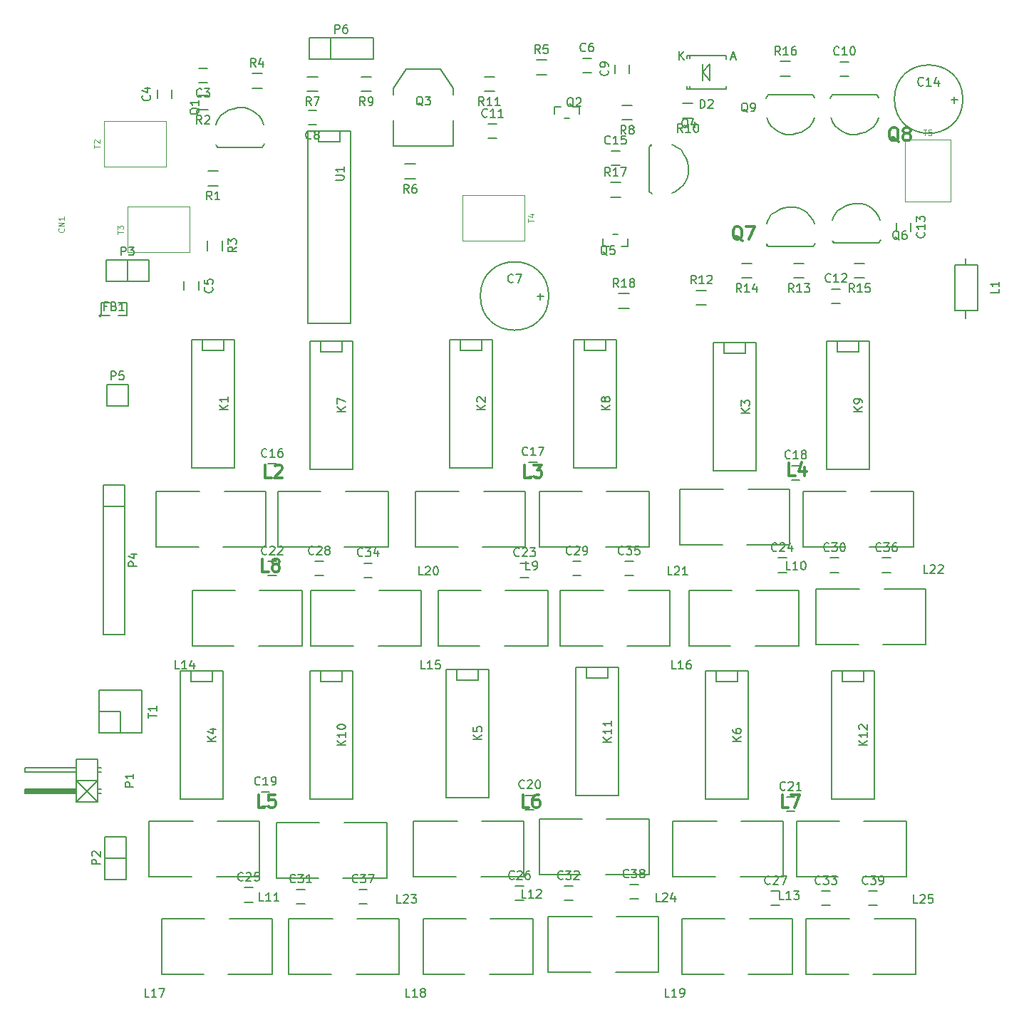
<source format=gto>
%FSLAX46Y46*%
G04 Gerber Fmt 4.6, Leading zero omitted, Abs format (unit mm)*
G04 Created by KiCad (PCBNEW (2014-10-27 BZR 5228)-product) date 12/17/2014 3:51:32 PM*
%MOMM*%
G01*
G04 APERTURE LIST*
%ADD10C,0.100000*%
%ADD11C,0.150000*%
%ADD12C,0.304800*%
G04 APERTURE END LIST*
D10*
D11*
X81200000Y-89796000D02*
X86407000Y-89796000D01*
X94281000Y-89796000D02*
X89328000Y-89796000D01*
X81200000Y-96400000D02*
X86280000Y-96400000D01*
X94281000Y-96400000D02*
X89201000Y-96400000D01*
X94281000Y-96400000D02*
X94281000Y-89796000D01*
X81200000Y-89796000D02*
X81200000Y-96400000D01*
X112000000Y-89796000D02*
X117207000Y-89796000D01*
X125081000Y-89796000D02*
X120128000Y-89796000D01*
X112000000Y-96400000D02*
X117080000Y-96400000D01*
X125081000Y-96400000D02*
X120001000Y-96400000D01*
X125081000Y-96400000D02*
X125081000Y-89796000D01*
X112000000Y-89796000D02*
X112000000Y-96400000D01*
X143400000Y-89596000D02*
X148607000Y-89596000D01*
X156481000Y-89596000D02*
X151528000Y-89596000D01*
X143400000Y-96200000D02*
X148480000Y-96200000D01*
X156481000Y-96200000D02*
X151401000Y-96200000D01*
X156481000Y-96200000D02*
X156481000Y-89596000D01*
X143400000Y-89596000D02*
X143400000Y-96200000D01*
X80400000Y-128996000D02*
X85607000Y-128996000D01*
X93481000Y-128996000D02*
X88528000Y-128996000D01*
X80400000Y-135600000D02*
X85480000Y-135600000D01*
X93481000Y-135600000D02*
X88401000Y-135600000D01*
X93481000Y-135600000D02*
X93481000Y-128996000D01*
X80400000Y-128996000D02*
X80400000Y-135600000D01*
X111800000Y-128996000D02*
X117007000Y-128996000D01*
X124881000Y-128996000D02*
X119928000Y-128996000D01*
X111800000Y-135600000D02*
X116880000Y-135600000D01*
X124881000Y-135600000D02*
X119801000Y-135600000D01*
X124881000Y-135600000D02*
X124881000Y-128996000D01*
X111800000Y-128996000D02*
X111800000Y-135600000D01*
X142600000Y-128996000D02*
X147807000Y-128996000D01*
X155681000Y-128996000D02*
X150728000Y-128996000D01*
X142600000Y-135600000D02*
X147680000Y-135600000D01*
X155681000Y-135600000D02*
X150601000Y-135600000D01*
X155681000Y-135600000D02*
X155681000Y-128996000D01*
X142600000Y-128996000D02*
X142600000Y-135600000D01*
X108800000Y-96404000D02*
X103593000Y-96404000D01*
X95719000Y-96404000D02*
X100672000Y-96404000D01*
X108800000Y-89800000D02*
X103720000Y-89800000D01*
X95719000Y-89800000D02*
X100799000Y-89800000D01*
X95719000Y-89800000D02*
X95719000Y-96404000D01*
X108800000Y-96404000D02*
X108800000Y-89800000D01*
X159267000Y-60724000D02*
X159521000Y-60343000D01*
X153933000Y-57523600D02*
X153729800Y-57993500D01*
X153806000Y-60584300D02*
X153729800Y-60406500D01*
X159254300Y-57574400D02*
X159432100Y-57993500D01*
X156600000Y-56025000D02*
X157108000Y-56025000D01*
X157108000Y-56025000D02*
X157616000Y-56152000D01*
X157616000Y-56152000D02*
X158124000Y-56406000D01*
X158124000Y-56406000D02*
X158505000Y-56660000D01*
X158505000Y-56660000D02*
X158886000Y-57041000D01*
X158886000Y-57041000D02*
X159267000Y-57549000D01*
X153933000Y-57549000D02*
X154314000Y-56914000D01*
X154314000Y-56914000D02*
X154949000Y-56533000D01*
X154949000Y-56533000D02*
X155330000Y-56279000D01*
X155330000Y-56279000D02*
X155838000Y-56152000D01*
X155838000Y-56152000D02*
X156346000Y-56025000D01*
X156346000Y-56025000D02*
X156600000Y-56025000D01*
X153933000Y-60724000D02*
X153806000Y-60470000D01*
X153933000Y-60724000D02*
X159267000Y-60724000D01*
X161533000Y-42676000D02*
X161279000Y-43057000D01*
X166867000Y-45876400D02*
X167070200Y-45406500D01*
X166994000Y-42815700D02*
X167070200Y-42993500D01*
X161545700Y-45825600D02*
X161367900Y-45406500D01*
X164200000Y-47375000D02*
X163692000Y-47375000D01*
X163692000Y-47375000D02*
X163184000Y-47248000D01*
X163184000Y-47248000D02*
X162676000Y-46994000D01*
X162676000Y-46994000D02*
X162295000Y-46740000D01*
X162295000Y-46740000D02*
X161914000Y-46359000D01*
X161914000Y-46359000D02*
X161533000Y-45851000D01*
X166867000Y-45851000D02*
X166486000Y-46486000D01*
X166486000Y-46486000D02*
X165851000Y-46867000D01*
X165851000Y-46867000D02*
X165470000Y-47121000D01*
X165470000Y-47121000D02*
X164962000Y-47248000D01*
X164962000Y-47248000D02*
X164454000Y-47375000D01*
X164454000Y-47375000D02*
X164200000Y-47375000D01*
X166867000Y-42676000D02*
X166994000Y-42930000D01*
X166867000Y-42676000D02*
X161533000Y-42676000D01*
D10*
X82400000Y-51200000D02*
X75000000Y-51200000D01*
X75000000Y-51200000D02*
X75000000Y-45800000D01*
X75000000Y-45800000D02*
X82400000Y-45800000D01*
X82400000Y-45800000D02*
X82400000Y-51200000D01*
X85200000Y-61400000D02*
X77800000Y-61400000D01*
X77800000Y-61400000D02*
X77800000Y-56000000D01*
X77800000Y-56000000D02*
X85200000Y-56000000D01*
X85200000Y-56000000D02*
X85200000Y-61400000D01*
X117600000Y-54600000D02*
X125000000Y-54600000D01*
X125000000Y-54600000D02*
X125000000Y-60000000D01*
X125000000Y-60000000D02*
X117600000Y-60000000D01*
X117600000Y-60000000D02*
X117600000Y-54600000D01*
D11*
X86300000Y-41250000D02*
X87300000Y-41250000D01*
X87300000Y-39550000D02*
X86300000Y-39550000D01*
X81350000Y-42100000D02*
X81350000Y-43100000D01*
X83050000Y-43100000D02*
X83050000Y-42100000D01*
X86250000Y-65900000D02*
X86250000Y-64900000D01*
X84550000Y-64900000D02*
X84550000Y-65900000D01*
X132900000Y-38350000D02*
X131900000Y-38350000D01*
X131900000Y-40050000D02*
X132900000Y-40050000D01*
X99300000Y-46250000D02*
X100300000Y-46250000D01*
X100300000Y-44550000D02*
X99300000Y-44550000D01*
X135750000Y-39100000D02*
X135750000Y-40100000D01*
X137450000Y-40100000D02*
X137450000Y-39100000D01*
X163500000Y-38750000D02*
X162500000Y-38750000D01*
X162500000Y-40450000D02*
X163500000Y-40450000D01*
X121700000Y-46150000D02*
X120700000Y-46150000D01*
X120700000Y-47850000D02*
X121700000Y-47850000D01*
X162500000Y-65750000D02*
X161500000Y-65750000D01*
X161500000Y-67450000D02*
X162500000Y-67450000D01*
X170850000Y-58900000D02*
X170850000Y-57900000D01*
X169150000Y-57900000D02*
X169150000Y-58900000D01*
X136300000Y-49350000D02*
X135300000Y-49350000D01*
X135300000Y-51050000D02*
X136300000Y-51050000D01*
X126500000Y-86350000D02*
X125500000Y-86350000D01*
X125500000Y-88050000D02*
X126500000Y-88050000D01*
X157700000Y-86750000D02*
X156700000Y-86750000D01*
X156700000Y-88450000D02*
X157700000Y-88450000D01*
X94700000Y-125550000D02*
X93700000Y-125550000D01*
X93700000Y-127250000D02*
X94700000Y-127250000D01*
X126100000Y-125950000D02*
X125100000Y-125950000D01*
X125100000Y-127650000D02*
X126100000Y-127650000D01*
X157100000Y-126150000D02*
X156100000Y-126150000D01*
X156100000Y-127850000D02*
X157100000Y-127850000D01*
X95500000Y-98150000D02*
X94500000Y-98150000D01*
X94500000Y-99850000D02*
X95500000Y-99850000D01*
X125500000Y-98350000D02*
X124500000Y-98350000D01*
X124500000Y-100050000D02*
X125500000Y-100050000D01*
X92700000Y-136950000D02*
X91700000Y-136950000D01*
X91700000Y-138650000D02*
X92700000Y-138650000D01*
X87400000Y-51725000D02*
X88600000Y-51725000D01*
X88600000Y-53475000D02*
X87400000Y-53475000D01*
X86200000Y-42725000D02*
X87400000Y-42725000D01*
X87400000Y-44475000D02*
X86200000Y-44475000D01*
X87325000Y-61200000D02*
X87325000Y-60000000D01*
X89075000Y-60000000D02*
X89075000Y-61200000D01*
X93800000Y-41875000D02*
X92600000Y-41875000D01*
X92600000Y-40125000D02*
X93800000Y-40125000D01*
X127600000Y-40275000D02*
X126400000Y-40275000D01*
X126400000Y-38525000D02*
X127600000Y-38525000D01*
X110800000Y-50925000D02*
X112000000Y-50925000D01*
X112000000Y-52675000D02*
X110800000Y-52675000D01*
X99200000Y-40525000D02*
X100400000Y-40525000D01*
X100400000Y-42275000D02*
X99200000Y-42275000D01*
X136600000Y-43925000D02*
X137800000Y-43925000D01*
X137800000Y-45675000D02*
X136600000Y-45675000D01*
X105600000Y-40525000D02*
X106800000Y-40525000D01*
X106800000Y-42275000D02*
X105600000Y-42275000D01*
X143800000Y-43725000D02*
X145000000Y-43725000D01*
X145000000Y-45475000D02*
X143800000Y-45475000D01*
X120200000Y-40525000D02*
X121400000Y-40525000D01*
X121400000Y-42275000D02*
X120200000Y-42275000D01*
X146600000Y-67675000D02*
X145400000Y-67675000D01*
X145400000Y-65925000D02*
X146600000Y-65925000D01*
X157000000Y-62725000D02*
X158200000Y-62725000D01*
X158200000Y-64475000D02*
X157000000Y-64475000D01*
X150800000Y-62725000D02*
X152000000Y-62725000D01*
X152000000Y-64475000D02*
X150800000Y-64475000D01*
X164200000Y-62725000D02*
X165400000Y-62725000D01*
X165400000Y-64475000D02*
X164200000Y-64475000D01*
X156600000Y-40475000D02*
X155400000Y-40475000D01*
X155400000Y-38725000D02*
X156600000Y-38725000D01*
X136400000Y-54875000D02*
X135200000Y-54875000D01*
X135200000Y-53125000D02*
X136400000Y-53125000D01*
X137400000Y-68075000D02*
X136200000Y-68075000D01*
X136200000Y-66325000D02*
X137400000Y-66325000D01*
X75130000Y-133400000D02*
X77670000Y-133400000D01*
X75130000Y-135940000D02*
X77670000Y-135940000D01*
X77670000Y-135940000D02*
X77670000Y-133400000D01*
X77670000Y-133400000D02*
X77670000Y-130860000D01*
X77670000Y-130860000D02*
X75130000Y-130860000D01*
X75130000Y-130860000D02*
X75130000Y-135940000D01*
X77800000Y-62330000D02*
X77800000Y-64870000D01*
X75260000Y-62330000D02*
X75260000Y-64870000D01*
X75260000Y-64870000D02*
X77800000Y-64870000D01*
X77800000Y-64870000D02*
X80340000Y-64870000D01*
X80340000Y-64870000D02*
X80340000Y-62330000D01*
X80340000Y-62330000D02*
X75260000Y-62330000D01*
X127864000Y-66600000D02*
G75*
G03X127864000Y-66600000I-4064000J0D01*
G01*
X177064000Y-43200000D02*
G75*
G03X177064000Y-43200000I-4064000J0D01*
G01*
X124900000Y-136750000D02*
X123900000Y-136750000D01*
X123900000Y-138450000D02*
X124900000Y-138450000D01*
X155300000Y-137350000D02*
X154300000Y-137350000D01*
X154300000Y-139050000D02*
X155300000Y-139050000D01*
X101100000Y-98150000D02*
X100100000Y-98150000D01*
X100100000Y-99850000D02*
X101100000Y-99850000D01*
X131700000Y-98150000D02*
X130700000Y-98150000D01*
X130700000Y-99850000D02*
X131700000Y-99850000D01*
X162300000Y-97750000D02*
X161300000Y-97750000D01*
X161300000Y-99450000D02*
X162300000Y-99450000D01*
X98900000Y-137150000D02*
X97900000Y-137150000D01*
X97900000Y-138850000D02*
X98900000Y-138850000D01*
X130700000Y-136750000D02*
X129700000Y-136750000D01*
X129700000Y-138450000D02*
X130700000Y-138450000D01*
X161300000Y-137350000D02*
X160300000Y-137350000D01*
X160300000Y-139050000D02*
X161300000Y-139050000D01*
X106900000Y-98350000D02*
X105900000Y-98350000D01*
X105900000Y-100050000D02*
X106900000Y-100050000D01*
X137900000Y-98150000D02*
X136900000Y-98150000D01*
X136900000Y-99850000D02*
X137900000Y-99850000D01*
X168500000Y-97750000D02*
X167500000Y-97750000D01*
X167500000Y-99450000D02*
X168500000Y-99450000D01*
X106300000Y-137150000D02*
X105300000Y-137150000D01*
X105300000Y-138850000D02*
X106300000Y-138850000D01*
X138500000Y-136550000D02*
X137500000Y-136550000D01*
X137500000Y-138250000D02*
X138500000Y-138250000D01*
X166900000Y-137350000D02*
X165900000Y-137350000D01*
X165900000Y-139050000D02*
X166900000Y-139050000D01*
X146150420Y-40000000D02*
X146998780Y-41000760D01*
X146998780Y-41000760D02*
X146998780Y-38999240D01*
X146998780Y-38999240D02*
X146150420Y-40000000D01*
X146150420Y-40000000D02*
X146150420Y-38999240D01*
X146150420Y-40000000D02*
X146150420Y-41000760D01*
X148901240Y-38249940D02*
X148901240Y-38399800D01*
X144649280Y-38249940D02*
X144649280Y-38349000D01*
X144298760Y-38249940D02*
X144298760Y-38349000D01*
X148901240Y-41750060D02*
X148901240Y-41651000D01*
X144649280Y-41750060D02*
X144649280Y-41651000D01*
X144298760Y-41750060D02*
X144298760Y-41651000D01*
X144649280Y-38001020D02*
X144649280Y-38199140D01*
X144649280Y-41998980D02*
X144649280Y-41800860D01*
X144303840Y-38003560D02*
X144303840Y-38201680D01*
X148906320Y-38003560D02*
X144303840Y-38003560D01*
X148906320Y-38003560D02*
X148906320Y-38201680D01*
X148901240Y-41998980D02*
X148901240Y-41800860D01*
X148901240Y-41998980D02*
X144298760Y-41998980D01*
X144298760Y-41998980D02*
X144298760Y-41800860D01*
X139800000Y-96404000D02*
X134593000Y-96404000D01*
X126719000Y-96404000D02*
X131672000Y-96404000D01*
X139800000Y-89800000D02*
X134720000Y-89800000D01*
X126719000Y-89800000D02*
X131799000Y-89800000D01*
X126719000Y-89800000D02*
X126719000Y-96404000D01*
X139800000Y-96404000D02*
X139800000Y-89800000D01*
X108600000Y-135804000D02*
X103393000Y-135804000D01*
X95519000Y-135804000D02*
X100472000Y-135804000D01*
X108600000Y-129200000D02*
X103520000Y-129200000D01*
X95519000Y-129200000D02*
X100599000Y-129200000D01*
X95519000Y-129200000D02*
X95519000Y-135804000D01*
X108600000Y-135804000D02*
X108600000Y-129200000D01*
X139800000Y-135404000D02*
X134593000Y-135404000D01*
X126719000Y-135404000D02*
X131672000Y-135404000D01*
X139800000Y-128800000D02*
X134720000Y-128800000D01*
X126719000Y-128800000D02*
X131799000Y-128800000D01*
X126719000Y-128800000D02*
X126719000Y-135404000D01*
X139800000Y-135404000D02*
X139800000Y-128800000D01*
X170400000Y-135604000D02*
X165193000Y-135604000D01*
X157319000Y-135604000D02*
X162272000Y-135604000D01*
X170400000Y-129000000D02*
X165320000Y-129000000D01*
X157319000Y-129000000D02*
X162399000Y-129000000D01*
X157319000Y-129000000D02*
X157319000Y-135604000D01*
X170400000Y-135604000D02*
X170400000Y-129000000D01*
X98600000Y-108204000D02*
X93393000Y-108204000D01*
X85519000Y-108204000D02*
X90472000Y-108204000D01*
X98600000Y-101600000D02*
X93520000Y-101600000D01*
X85519000Y-101600000D02*
X90599000Y-101600000D01*
X85519000Y-101600000D02*
X85519000Y-108204000D01*
X98600000Y-108204000D02*
X98600000Y-101600000D01*
X127800000Y-108204000D02*
X122593000Y-108204000D01*
X114719000Y-108204000D02*
X119672000Y-108204000D01*
X127800000Y-101600000D02*
X122720000Y-101600000D01*
X114719000Y-101600000D02*
X119799000Y-101600000D01*
X114719000Y-101600000D02*
X114719000Y-108204000D01*
X127800000Y-108204000D02*
X127800000Y-101600000D01*
X157600000Y-108204000D02*
X152393000Y-108204000D01*
X144519000Y-108204000D02*
X149472000Y-108204000D01*
X157600000Y-101600000D02*
X152520000Y-101600000D01*
X144519000Y-101600000D02*
X149599000Y-101600000D01*
X144519000Y-101600000D02*
X144519000Y-108204000D01*
X157600000Y-108204000D02*
X157600000Y-101600000D01*
X95000000Y-147204000D02*
X89793000Y-147204000D01*
X81919000Y-147204000D02*
X86872000Y-147204000D01*
X95000000Y-140600000D02*
X89920000Y-140600000D01*
X81919000Y-140600000D02*
X86999000Y-140600000D01*
X81919000Y-140600000D02*
X81919000Y-147204000D01*
X95000000Y-147204000D02*
X95000000Y-140600000D01*
X126000000Y-147204000D02*
X120793000Y-147204000D01*
X112919000Y-147204000D02*
X117872000Y-147204000D01*
X126000000Y-140600000D02*
X120920000Y-140600000D01*
X112919000Y-140600000D02*
X117999000Y-140600000D01*
X112919000Y-140600000D02*
X112919000Y-147204000D01*
X126000000Y-147204000D02*
X126000000Y-140600000D01*
X156800000Y-147204000D02*
X151593000Y-147204000D01*
X143719000Y-147204000D02*
X148672000Y-147204000D01*
X156800000Y-140600000D02*
X151720000Y-140600000D01*
X143719000Y-140600000D02*
X148799000Y-140600000D01*
X143719000Y-140600000D02*
X143719000Y-147204000D01*
X156800000Y-147204000D02*
X156800000Y-140600000D01*
X99600000Y-101596000D02*
X104807000Y-101596000D01*
X112681000Y-101596000D02*
X107728000Y-101596000D01*
X99600000Y-108200000D02*
X104680000Y-108200000D01*
X112681000Y-108200000D02*
X107601000Y-108200000D01*
X112681000Y-108200000D02*
X112681000Y-101596000D01*
X99600000Y-101596000D02*
X99600000Y-108200000D01*
X129200000Y-101596000D02*
X134407000Y-101596000D01*
X142281000Y-101596000D02*
X137328000Y-101596000D01*
X129200000Y-108200000D02*
X134280000Y-108200000D01*
X142281000Y-108200000D02*
X137201000Y-108200000D01*
X142281000Y-108200000D02*
X142281000Y-101596000D01*
X129200000Y-101596000D02*
X129200000Y-108200000D01*
X159600000Y-101396000D02*
X164807000Y-101396000D01*
X172681000Y-101396000D02*
X167728000Y-101396000D01*
X159600000Y-108000000D02*
X164680000Y-108000000D01*
X172681000Y-108000000D02*
X167601000Y-108000000D01*
X172681000Y-108000000D02*
X172681000Y-101396000D01*
X159600000Y-101396000D02*
X159600000Y-108000000D01*
X97000000Y-140596000D02*
X102207000Y-140596000D01*
X110081000Y-140596000D02*
X105128000Y-140596000D01*
X97000000Y-147200000D02*
X102080000Y-147200000D01*
X110081000Y-147200000D02*
X105001000Y-147200000D01*
X110081000Y-147200000D02*
X110081000Y-140596000D01*
X97000000Y-140596000D02*
X97000000Y-147200000D01*
X127800000Y-140396000D02*
X133007000Y-140396000D01*
X140881000Y-140396000D02*
X135928000Y-140396000D01*
X127800000Y-147000000D02*
X132880000Y-147000000D01*
X140881000Y-147000000D02*
X135801000Y-147000000D01*
X140881000Y-147000000D02*
X140881000Y-140396000D01*
X127800000Y-140396000D02*
X127800000Y-147000000D01*
X158400000Y-140596000D02*
X163607000Y-140596000D01*
X171481000Y-140596000D02*
X166528000Y-140596000D01*
X158400000Y-147200000D02*
X163480000Y-147200000D01*
X171481000Y-147200000D02*
X166401000Y-147200000D01*
X171481000Y-147200000D02*
X171481000Y-140596000D01*
X158400000Y-140596000D02*
X158400000Y-147200000D01*
X93867000Y-48924000D02*
X94121000Y-48543000D01*
X88533000Y-45723600D02*
X88329800Y-46193500D01*
X88406000Y-48784300D02*
X88329800Y-48606500D01*
X93854300Y-45774400D02*
X94032100Y-46193500D01*
X91200000Y-44225000D02*
X91708000Y-44225000D01*
X91708000Y-44225000D02*
X92216000Y-44352000D01*
X92216000Y-44352000D02*
X92724000Y-44606000D01*
X92724000Y-44606000D02*
X93105000Y-44860000D01*
X93105000Y-44860000D02*
X93486000Y-45241000D01*
X93486000Y-45241000D02*
X93867000Y-45749000D01*
X88533000Y-45749000D02*
X88914000Y-45114000D01*
X88914000Y-45114000D02*
X89549000Y-44733000D01*
X89549000Y-44733000D02*
X89930000Y-44479000D01*
X89930000Y-44479000D02*
X90438000Y-44352000D01*
X90438000Y-44352000D02*
X90946000Y-44225000D01*
X90946000Y-44225000D02*
X91200000Y-44225000D01*
X88533000Y-48924000D02*
X88406000Y-48670000D01*
X88533000Y-48924000D02*
X93867000Y-48924000D01*
X128500000Y-45000000D02*
X128500000Y-44100000D01*
X128500000Y-44100000D02*
X129300000Y-44100000D01*
X131500000Y-45000000D02*
X131500000Y-44100000D01*
X131500000Y-44100000D02*
X130700000Y-44100000D01*
X130300000Y-45500000D02*
X129700000Y-45500000D01*
X109444000Y-45724000D02*
X109444000Y-48772000D01*
X109444000Y-48772000D02*
X116556000Y-48772000D01*
X116556000Y-48772000D02*
X116556000Y-45724000D01*
X109444000Y-42676000D02*
X109444000Y-41914000D01*
X109444000Y-41914000D02*
X110968000Y-39628000D01*
X110968000Y-39628000D02*
X115032000Y-39628000D01*
X115032000Y-39628000D02*
X116556000Y-41914000D01*
X116556000Y-41914000D02*
X116556000Y-42676000D01*
X139776000Y-54167000D02*
X140157000Y-54421000D01*
X142976400Y-48833000D02*
X142506500Y-48629800D01*
X139915700Y-48706000D02*
X140093500Y-48629800D01*
X142925600Y-54154300D02*
X142506500Y-54332100D01*
X144475000Y-51500000D02*
X144475000Y-52008000D01*
X144475000Y-52008000D02*
X144348000Y-52516000D01*
X144348000Y-52516000D02*
X144094000Y-53024000D01*
X144094000Y-53024000D02*
X143840000Y-53405000D01*
X143840000Y-53405000D02*
X143459000Y-53786000D01*
X143459000Y-53786000D02*
X142951000Y-54167000D01*
X142951000Y-48833000D02*
X143586000Y-49214000D01*
X143586000Y-49214000D02*
X143967000Y-49849000D01*
X143967000Y-49849000D02*
X144221000Y-50230000D01*
X144221000Y-50230000D02*
X144348000Y-50738000D01*
X144348000Y-50738000D02*
X144475000Y-51246000D01*
X144475000Y-51246000D02*
X144475000Y-51500000D01*
X139776000Y-48833000D02*
X140030000Y-48706000D01*
X139776000Y-48833000D02*
X139776000Y-54167000D01*
X137300000Y-59800000D02*
X137300000Y-60700000D01*
X137300000Y-60700000D02*
X136500000Y-60700000D01*
X134300000Y-59800000D02*
X134300000Y-60700000D01*
X134300000Y-60700000D02*
X135100000Y-60700000D01*
X135500000Y-59300000D02*
X136100000Y-59300000D01*
X167067000Y-60324000D02*
X167321000Y-59943000D01*
X161733000Y-57123600D02*
X161529800Y-57593500D01*
X161606000Y-60184300D02*
X161529800Y-60006500D01*
X167054300Y-57174400D02*
X167232100Y-57593500D01*
X164400000Y-55625000D02*
X164908000Y-55625000D01*
X164908000Y-55625000D02*
X165416000Y-55752000D01*
X165416000Y-55752000D02*
X165924000Y-56006000D01*
X165924000Y-56006000D02*
X166305000Y-56260000D01*
X166305000Y-56260000D02*
X166686000Y-56641000D01*
X166686000Y-56641000D02*
X167067000Y-57149000D01*
X161733000Y-57149000D02*
X162114000Y-56514000D01*
X162114000Y-56514000D02*
X162749000Y-56133000D01*
X162749000Y-56133000D02*
X163130000Y-55879000D01*
X163130000Y-55879000D02*
X163638000Y-55752000D01*
X163638000Y-55752000D02*
X164146000Y-55625000D01*
X164146000Y-55625000D02*
X164400000Y-55625000D01*
X161733000Y-60324000D02*
X161606000Y-60070000D01*
X161733000Y-60324000D02*
X167067000Y-60324000D01*
X153933000Y-42676000D02*
X153679000Y-43057000D01*
X159267000Y-45876400D02*
X159470200Y-45406500D01*
X159394000Y-42815700D02*
X159470200Y-42993500D01*
X153945700Y-45825600D02*
X153767900Y-45406500D01*
X156600000Y-47375000D02*
X156092000Y-47375000D01*
X156092000Y-47375000D02*
X155584000Y-47248000D01*
X155584000Y-47248000D02*
X155076000Y-46994000D01*
X155076000Y-46994000D02*
X154695000Y-46740000D01*
X154695000Y-46740000D02*
X154314000Y-46359000D01*
X154314000Y-46359000D02*
X153933000Y-45851000D01*
X159267000Y-45851000D02*
X158886000Y-46486000D01*
X158886000Y-46486000D02*
X158251000Y-46867000D01*
X158251000Y-46867000D02*
X157870000Y-47121000D01*
X157870000Y-47121000D02*
X157362000Y-47248000D01*
X157362000Y-47248000D02*
X156854000Y-47375000D01*
X156854000Y-47375000D02*
X156600000Y-47375000D01*
X159267000Y-42676000D02*
X159394000Y-42930000D01*
X159267000Y-42676000D02*
X153933000Y-42676000D01*
X177400000Y-62884740D02*
X177400000Y-62122740D01*
X177400000Y-68345740D02*
X177400000Y-69234740D01*
X176130000Y-62884740D02*
X178797000Y-62884740D01*
X178797000Y-62884740D02*
X178797000Y-68345740D01*
X178797000Y-68345740D02*
X176130000Y-68345740D01*
X176130000Y-68345740D02*
X176130000Y-62884740D01*
X171200000Y-96404000D02*
X165993000Y-96404000D01*
X158119000Y-96404000D02*
X163072000Y-96404000D01*
X171200000Y-89800000D02*
X166120000Y-89800000D01*
X158119000Y-89800000D02*
X163199000Y-89800000D01*
X158119000Y-89800000D02*
X158119000Y-96404000D01*
X171200000Y-96404000D02*
X171200000Y-89800000D01*
X95500000Y-86550000D02*
X94500000Y-86550000D01*
X94500000Y-88250000D02*
X95500000Y-88250000D01*
X156100000Y-97750000D02*
X155100000Y-97750000D01*
X155100000Y-99450000D02*
X156100000Y-99450000D01*
X74676000Y-68962000D02*
G75*
G03X74676000Y-68962000I-127000J0D01*
G01*
X75692000Y-68962000D02*
X74676000Y-68962000D01*
X74676000Y-68962000D02*
X74676000Y-67438000D01*
X74676000Y-67438000D02*
X75692000Y-67438000D01*
X76708000Y-67438000D02*
X77724000Y-67438000D01*
X77724000Y-67438000D02*
X77724000Y-68962000D01*
X77724000Y-68962000D02*
X76708000Y-68962000D01*
X75330000Y-77130000D02*
X75330000Y-79670000D01*
X75330000Y-79670000D02*
X77870000Y-79670000D01*
X77870000Y-79670000D02*
X77870000Y-77130000D01*
X77870000Y-77130000D02*
X75330000Y-77130000D01*
X77000000Y-118540000D02*
X74460000Y-118540000D01*
X74460000Y-118540000D02*
X74460000Y-116000000D01*
X74460000Y-116000000D02*
X77000000Y-116000000D01*
X77000000Y-116000000D02*
X77000000Y-118540000D01*
X77000000Y-118540000D02*
X79540000Y-118540000D01*
X79540000Y-118540000D02*
X79540000Y-113460000D01*
X79540000Y-113460000D02*
X74460000Y-113460000D01*
X74460000Y-113460000D02*
X74460000Y-116000000D01*
D10*
X170200000Y-55400000D02*
X170200000Y-48000000D01*
X170200000Y-48000000D02*
X175600000Y-48000000D01*
X175600000Y-48000000D02*
X175600000Y-55400000D01*
X175600000Y-55400000D02*
X170200000Y-55400000D01*
D11*
X85460000Y-71780000D02*
X85460000Y-87020000D01*
X85460000Y-87020000D02*
X90540000Y-87020000D01*
X90540000Y-87020000D02*
X90540000Y-71780000D01*
X89270000Y-71780000D02*
X89270000Y-73050000D01*
X89270000Y-73050000D02*
X86730000Y-73050000D01*
X86730000Y-73050000D02*
X86730000Y-71780000D01*
X90540000Y-71780000D02*
X85460000Y-71780000D01*
X116060000Y-71780000D02*
X116060000Y-87020000D01*
X116060000Y-87020000D02*
X121140000Y-87020000D01*
X121140000Y-87020000D02*
X121140000Y-71780000D01*
X119870000Y-71780000D02*
X119870000Y-73050000D01*
X119870000Y-73050000D02*
X117330000Y-73050000D01*
X117330000Y-73050000D02*
X117330000Y-71780000D01*
X121140000Y-71780000D02*
X116060000Y-71780000D01*
X147460000Y-72180000D02*
X147460000Y-87420000D01*
X147460000Y-87420000D02*
X152540000Y-87420000D01*
X152540000Y-87420000D02*
X152540000Y-72180000D01*
X151270000Y-72180000D02*
X151270000Y-73450000D01*
X151270000Y-73450000D02*
X148730000Y-73450000D01*
X148730000Y-73450000D02*
X148730000Y-72180000D01*
X152540000Y-72180000D02*
X147460000Y-72180000D01*
X84060000Y-111180000D02*
X84060000Y-126420000D01*
X84060000Y-126420000D02*
X89140000Y-126420000D01*
X89140000Y-126420000D02*
X89140000Y-111180000D01*
X87870000Y-111180000D02*
X87870000Y-112450000D01*
X87870000Y-112450000D02*
X85330000Y-112450000D01*
X85330000Y-112450000D02*
X85330000Y-111180000D01*
X89140000Y-111180000D02*
X84060000Y-111180000D01*
X115660000Y-110980000D02*
X115660000Y-126220000D01*
X115660000Y-126220000D02*
X120740000Y-126220000D01*
X120740000Y-126220000D02*
X120740000Y-110980000D01*
X119470000Y-110980000D02*
X119470000Y-112250000D01*
X119470000Y-112250000D02*
X116930000Y-112250000D01*
X116930000Y-112250000D02*
X116930000Y-110980000D01*
X120740000Y-110980000D02*
X115660000Y-110980000D01*
X146460000Y-111180000D02*
X146460000Y-126420000D01*
X146460000Y-126420000D02*
X151540000Y-126420000D01*
X151540000Y-126420000D02*
X151540000Y-111180000D01*
X150270000Y-111180000D02*
X150270000Y-112450000D01*
X150270000Y-112450000D02*
X147730000Y-112450000D01*
X147730000Y-112450000D02*
X147730000Y-111180000D01*
X151540000Y-111180000D02*
X146460000Y-111180000D01*
X99460000Y-71980000D02*
X99460000Y-87220000D01*
X99460000Y-87220000D02*
X104540000Y-87220000D01*
X104540000Y-87220000D02*
X104540000Y-71980000D01*
X103270000Y-71980000D02*
X103270000Y-73250000D01*
X103270000Y-73250000D02*
X100730000Y-73250000D01*
X100730000Y-73250000D02*
X100730000Y-71980000D01*
X104540000Y-71980000D02*
X99460000Y-71980000D01*
X130860000Y-71780000D02*
X130860000Y-87020000D01*
X130860000Y-87020000D02*
X135940000Y-87020000D01*
X135940000Y-87020000D02*
X135940000Y-71780000D01*
X134670000Y-71780000D02*
X134670000Y-73050000D01*
X134670000Y-73050000D02*
X132130000Y-73050000D01*
X132130000Y-73050000D02*
X132130000Y-71780000D01*
X135940000Y-71780000D02*
X130860000Y-71780000D01*
X160860000Y-71980000D02*
X160860000Y-87220000D01*
X160860000Y-87220000D02*
X165940000Y-87220000D01*
X165940000Y-87220000D02*
X165940000Y-71980000D01*
X164670000Y-71980000D02*
X164670000Y-73250000D01*
X164670000Y-73250000D02*
X162130000Y-73250000D01*
X162130000Y-73250000D02*
X162130000Y-71980000D01*
X165940000Y-71980000D02*
X160860000Y-71980000D01*
X99460000Y-111180000D02*
X99460000Y-126420000D01*
X99460000Y-126420000D02*
X104540000Y-126420000D01*
X104540000Y-126420000D02*
X104540000Y-111180000D01*
X103270000Y-111180000D02*
X103270000Y-112450000D01*
X103270000Y-112450000D02*
X100730000Y-112450000D01*
X100730000Y-112450000D02*
X100730000Y-111180000D01*
X104540000Y-111180000D02*
X99460000Y-111180000D01*
X131060000Y-110780000D02*
X131060000Y-126020000D01*
X131060000Y-126020000D02*
X136140000Y-126020000D01*
X136140000Y-126020000D02*
X136140000Y-110780000D01*
X134870000Y-110780000D02*
X134870000Y-112050000D01*
X134870000Y-112050000D02*
X132330000Y-112050000D01*
X132330000Y-112050000D02*
X132330000Y-110780000D01*
X136140000Y-110780000D02*
X131060000Y-110780000D01*
X161460000Y-111180000D02*
X161460000Y-126420000D01*
X161460000Y-126420000D02*
X166540000Y-126420000D01*
X166540000Y-126420000D02*
X166540000Y-111180000D01*
X165270000Y-111180000D02*
X165270000Y-112450000D01*
X165270000Y-112450000D02*
X162730000Y-112450000D01*
X162730000Y-112450000D02*
X162730000Y-111180000D01*
X166540000Y-111180000D02*
X161460000Y-111180000D01*
X103070000Y-46970000D02*
X103070000Y-46970000D01*
X103070000Y-46970000D02*
X103070000Y-48240000D01*
X103070000Y-48240000D02*
X100530000Y-48240000D01*
X100530000Y-48240000D02*
X100530000Y-46970000D01*
X104340000Y-46970000D02*
X104340000Y-69830000D01*
X104340000Y-69830000D02*
X99260000Y-69830000D01*
X99260000Y-69830000D02*
X99260000Y-46970000D01*
X99260000Y-46970000D02*
X104340000Y-46970000D01*
X71736000Y-124200000D02*
X74276000Y-126740000D01*
X71736000Y-126740000D02*
X74276000Y-124200000D01*
X71609000Y-125597000D02*
X65767000Y-125597000D01*
X65767000Y-125597000D02*
X65767000Y-125343000D01*
X65767000Y-125343000D02*
X71609000Y-125343000D01*
X71609000Y-125343000D02*
X71609000Y-125470000D01*
X71609000Y-125470000D02*
X65767000Y-125470000D01*
X74276000Y-125724000D02*
X74657000Y-125724000D01*
X74276000Y-125216000D02*
X74657000Y-125216000D01*
X74276000Y-123184000D02*
X74657000Y-123184000D01*
X74276000Y-122676000D02*
X74657000Y-122676000D01*
X74276000Y-126740000D02*
X71736000Y-126740000D01*
X74276000Y-124200000D02*
X71736000Y-124200000D01*
X74276000Y-124200000D02*
X74276000Y-121660000D01*
X74276000Y-121660000D02*
X71736000Y-121660000D01*
X71736000Y-123184000D02*
X65640000Y-123184000D01*
X65640000Y-123184000D02*
X65640000Y-122676000D01*
X65640000Y-122676000D02*
X71736000Y-122676000D01*
X71736000Y-121660000D02*
X71736000Y-124200000D01*
X71736000Y-124200000D02*
X71736000Y-126740000D01*
X65640000Y-125216000D02*
X71736000Y-125216000D01*
X65640000Y-125724000D02*
X65640000Y-125216000D01*
X71736000Y-125724000D02*
X65640000Y-125724000D01*
X74276000Y-124200000D02*
X71736000Y-124200000D01*
X74276000Y-126740000D02*
X74276000Y-124200000D01*
X101930000Y-38470000D02*
X107010000Y-38470000D01*
X107010000Y-38470000D02*
X107010000Y-35930000D01*
X107010000Y-35930000D02*
X101930000Y-35930000D01*
X99390000Y-35930000D02*
X101930000Y-35930000D01*
X101930000Y-35930000D02*
X101930000Y-38470000D01*
X99390000Y-35930000D02*
X99390000Y-38470000D01*
X99390000Y-38470000D02*
X101930000Y-38470000D01*
X77470000Y-91650000D02*
X77470000Y-106890000D01*
X77470000Y-106890000D02*
X74930000Y-106890000D01*
X74930000Y-106890000D02*
X74930000Y-91650000D01*
X77470000Y-89110000D02*
X77470000Y-91650000D01*
X77470000Y-91650000D02*
X74930000Y-91650000D01*
X77470000Y-89110000D02*
X74930000Y-89110000D01*
X74930000Y-89110000D02*
X74930000Y-91650000D01*
D10*
X70250000Y-58583333D02*
X70283333Y-58616667D01*
X70316667Y-58716667D01*
X70316667Y-58783333D01*
X70283333Y-58883333D01*
X70216667Y-58950000D01*
X70150000Y-58983333D01*
X70016667Y-59016667D01*
X69916667Y-59016667D01*
X69783333Y-58983333D01*
X69716667Y-58950000D01*
X69650000Y-58883333D01*
X69616667Y-58783333D01*
X69616667Y-58716667D01*
X69650000Y-58616667D01*
X69683333Y-58583333D01*
X70316667Y-58283333D02*
X69616667Y-58283333D01*
X70316667Y-57883333D01*
X69616667Y-57883333D01*
X70316667Y-57183334D02*
X70316667Y-57583334D01*
X70316667Y-57383334D02*
X69616667Y-57383334D01*
X69716667Y-57450000D01*
X69783333Y-57516667D01*
X69816667Y-57583334D01*
D12*
X94916000Y-88199429D02*
X94190286Y-88199429D01*
X94190286Y-86675429D01*
X95351429Y-86820571D02*
X95424000Y-86748000D01*
X95569143Y-86675429D01*
X95932000Y-86675429D01*
X96077143Y-86748000D01*
X96149714Y-86820571D01*
X96222286Y-86965714D01*
X96222286Y-87110857D01*
X96149714Y-87328571D01*
X95278857Y-88199429D01*
X96222286Y-88199429D01*
X125716000Y-88199429D02*
X124990286Y-88199429D01*
X124990286Y-86675429D01*
X126078857Y-86675429D02*
X127022286Y-86675429D01*
X126514286Y-87256000D01*
X126732000Y-87256000D01*
X126877143Y-87328571D01*
X126949714Y-87401143D01*
X127022286Y-87546286D01*
X127022286Y-87909143D01*
X126949714Y-88054286D01*
X126877143Y-88126857D01*
X126732000Y-88199429D01*
X126296572Y-88199429D01*
X126151429Y-88126857D01*
X126078857Y-88054286D01*
X157116000Y-87999429D02*
X156390286Y-87999429D01*
X156390286Y-86475429D01*
X158277143Y-86983429D02*
X158277143Y-87999429D01*
X157914286Y-86402857D02*
X157551429Y-87491429D01*
X158494857Y-87491429D01*
X94116000Y-127399429D02*
X93390286Y-127399429D01*
X93390286Y-125875429D01*
X95349714Y-125875429D02*
X94624000Y-125875429D01*
X94551429Y-126601143D01*
X94624000Y-126528571D01*
X94769143Y-126456000D01*
X95132000Y-126456000D01*
X95277143Y-126528571D01*
X95349714Y-126601143D01*
X95422286Y-126746286D01*
X95422286Y-127109143D01*
X95349714Y-127254286D01*
X95277143Y-127326857D01*
X95132000Y-127399429D01*
X94769143Y-127399429D01*
X94624000Y-127326857D01*
X94551429Y-127254286D01*
X125516000Y-127399429D02*
X124790286Y-127399429D01*
X124790286Y-125875429D01*
X126677143Y-125875429D02*
X126386857Y-125875429D01*
X126241714Y-125948000D01*
X126169143Y-126020571D01*
X126024000Y-126238286D01*
X125951429Y-126528571D01*
X125951429Y-127109143D01*
X126024000Y-127254286D01*
X126096572Y-127326857D01*
X126241714Y-127399429D01*
X126532000Y-127399429D01*
X126677143Y-127326857D01*
X126749714Y-127254286D01*
X126822286Y-127109143D01*
X126822286Y-126746286D01*
X126749714Y-126601143D01*
X126677143Y-126528571D01*
X126532000Y-126456000D01*
X126241714Y-126456000D01*
X126096572Y-126528571D01*
X126024000Y-126601143D01*
X125951429Y-126746286D01*
X156316000Y-127399429D02*
X155590286Y-127399429D01*
X155590286Y-125875429D01*
X156678857Y-125875429D02*
X157694857Y-125875429D01*
X157041714Y-127399429D01*
X94576000Y-99379429D02*
X93850286Y-99379429D01*
X93850286Y-97855429D01*
X95301714Y-98508571D02*
X95156572Y-98436000D01*
X95084000Y-98363429D01*
X95011429Y-98218286D01*
X95011429Y-98145714D01*
X95084000Y-98000571D01*
X95156572Y-97928000D01*
X95301714Y-97855429D01*
X95592000Y-97855429D01*
X95737143Y-97928000D01*
X95809714Y-98000571D01*
X95882286Y-98145714D01*
X95882286Y-98218286D01*
X95809714Y-98363429D01*
X95737143Y-98436000D01*
X95592000Y-98508571D01*
X95301714Y-98508571D01*
X95156572Y-98581143D01*
X95084000Y-98653714D01*
X95011429Y-98798857D01*
X95011429Y-99089143D01*
X95084000Y-99234286D01*
X95156572Y-99306857D01*
X95301714Y-99379429D01*
X95592000Y-99379429D01*
X95737143Y-99306857D01*
X95809714Y-99234286D01*
X95882286Y-99089143D01*
X95882286Y-98798857D01*
X95809714Y-98653714D01*
X95737143Y-98581143D01*
X95592000Y-98508571D01*
X150854857Y-60034571D02*
X150709714Y-59962000D01*
X150564571Y-59816857D01*
X150346857Y-59599143D01*
X150201714Y-59526571D01*
X150056571Y-59526571D01*
X150129143Y-59889429D02*
X149984000Y-59816857D01*
X149838857Y-59671714D01*
X149766286Y-59381429D01*
X149766286Y-58873429D01*
X149838857Y-58583143D01*
X149984000Y-58438000D01*
X150129143Y-58365429D01*
X150419429Y-58365429D01*
X150564571Y-58438000D01*
X150709714Y-58583143D01*
X150782286Y-58873429D01*
X150782286Y-59381429D01*
X150709714Y-59671714D01*
X150564571Y-59816857D01*
X150419429Y-59889429D01*
X150129143Y-59889429D01*
X151290285Y-58365429D02*
X152306285Y-58365429D01*
X151653142Y-59889429D01*
X169452357Y-48273071D02*
X169307214Y-48200500D01*
X169162071Y-48055357D01*
X168944357Y-47837643D01*
X168799214Y-47765071D01*
X168654071Y-47765071D01*
X168726643Y-48127929D02*
X168581500Y-48055357D01*
X168436357Y-47910214D01*
X168363786Y-47619929D01*
X168363786Y-47111929D01*
X168436357Y-46821643D01*
X168581500Y-46676500D01*
X168726643Y-46603929D01*
X169016929Y-46603929D01*
X169162071Y-46676500D01*
X169307214Y-46821643D01*
X169379786Y-47111929D01*
X169379786Y-47619929D01*
X169307214Y-47910214D01*
X169162071Y-48055357D01*
X169016929Y-48127929D01*
X168726643Y-48127929D01*
X170250642Y-47257071D02*
X170105500Y-47184500D01*
X170032928Y-47111929D01*
X169960357Y-46966786D01*
X169960357Y-46894214D01*
X170032928Y-46749071D01*
X170105500Y-46676500D01*
X170250642Y-46603929D01*
X170540928Y-46603929D01*
X170686071Y-46676500D01*
X170758642Y-46749071D01*
X170831214Y-46894214D01*
X170831214Y-46966786D01*
X170758642Y-47111929D01*
X170686071Y-47184500D01*
X170540928Y-47257071D01*
X170250642Y-47257071D01*
X170105500Y-47329643D01*
X170032928Y-47402214D01*
X169960357Y-47547357D01*
X169960357Y-47837643D01*
X170032928Y-47982786D01*
X170105500Y-48055357D01*
X170250642Y-48127929D01*
X170540928Y-48127929D01*
X170686071Y-48055357D01*
X170758642Y-47982786D01*
X170831214Y-47837643D01*
X170831214Y-47547357D01*
X170758642Y-47402214D01*
X170686071Y-47329643D01*
X170540928Y-47257071D01*
D10*
X73816667Y-49033333D02*
X73816667Y-48633333D01*
X74516667Y-48833333D02*
X73816667Y-48833333D01*
X73883333Y-48433334D02*
X73850000Y-48400000D01*
X73816667Y-48333334D01*
X73816667Y-48166667D01*
X73850000Y-48100000D01*
X73883333Y-48066667D01*
X73950000Y-48033334D01*
X74016667Y-48033334D01*
X74116667Y-48066667D01*
X74516667Y-48466667D01*
X74516667Y-48033334D01*
X76616667Y-59233333D02*
X76616667Y-58833333D01*
X77316667Y-59033333D02*
X76616667Y-59033333D01*
X76616667Y-58666667D02*
X76616667Y-58233334D01*
X76883333Y-58466667D01*
X76883333Y-58366667D01*
X76916667Y-58300000D01*
X76950000Y-58266667D01*
X77016667Y-58233334D01*
X77183333Y-58233334D01*
X77250000Y-58266667D01*
X77283333Y-58300000D01*
X77316667Y-58366667D01*
X77316667Y-58566667D01*
X77283333Y-58633334D01*
X77250000Y-58666667D01*
X125416667Y-57833333D02*
X125416667Y-57433333D01*
X126116667Y-57633333D02*
X125416667Y-57633333D01*
X125650000Y-56900000D02*
X126116667Y-56900000D01*
X125383333Y-57066667D02*
X125883333Y-57233334D01*
X125883333Y-56800000D01*
D11*
X86633334Y-42857143D02*
X86585715Y-42904762D01*
X86442858Y-42952381D01*
X86347620Y-42952381D01*
X86204762Y-42904762D01*
X86109524Y-42809524D01*
X86061905Y-42714286D01*
X86014286Y-42523810D01*
X86014286Y-42380952D01*
X86061905Y-42190476D01*
X86109524Y-42095238D01*
X86204762Y-42000000D01*
X86347620Y-41952381D01*
X86442858Y-41952381D01*
X86585715Y-42000000D01*
X86633334Y-42047619D01*
X86966667Y-41952381D02*
X87585715Y-41952381D01*
X87252381Y-42333333D01*
X87395239Y-42333333D01*
X87490477Y-42380952D01*
X87538096Y-42428571D01*
X87585715Y-42523810D01*
X87585715Y-42761905D01*
X87538096Y-42857143D01*
X87490477Y-42904762D01*
X87395239Y-42952381D01*
X87109524Y-42952381D01*
X87014286Y-42904762D01*
X86966667Y-42857143D01*
X80457143Y-42766666D02*
X80504762Y-42814285D01*
X80552381Y-42957142D01*
X80552381Y-43052380D01*
X80504762Y-43195238D01*
X80409524Y-43290476D01*
X80314286Y-43338095D01*
X80123810Y-43385714D01*
X79980952Y-43385714D01*
X79790476Y-43338095D01*
X79695238Y-43290476D01*
X79600000Y-43195238D01*
X79552381Y-43052380D01*
X79552381Y-42957142D01*
X79600000Y-42814285D01*
X79647619Y-42766666D01*
X79885714Y-41909523D02*
X80552381Y-41909523D01*
X79504762Y-42147619D02*
X80219048Y-42385714D01*
X80219048Y-41766666D01*
X87857143Y-65566666D02*
X87904762Y-65614285D01*
X87952381Y-65757142D01*
X87952381Y-65852380D01*
X87904762Y-65995238D01*
X87809524Y-66090476D01*
X87714286Y-66138095D01*
X87523810Y-66185714D01*
X87380952Y-66185714D01*
X87190476Y-66138095D01*
X87095238Y-66090476D01*
X87000000Y-65995238D01*
X86952381Y-65852380D01*
X86952381Y-65757142D01*
X87000000Y-65614285D01*
X87047619Y-65566666D01*
X86952381Y-64661904D02*
X86952381Y-65138095D01*
X87428571Y-65185714D01*
X87380952Y-65138095D01*
X87333333Y-65042857D01*
X87333333Y-64804761D01*
X87380952Y-64709523D01*
X87428571Y-64661904D01*
X87523810Y-64614285D01*
X87761905Y-64614285D01*
X87857143Y-64661904D01*
X87904762Y-64709523D01*
X87952381Y-64804761D01*
X87952381Y-65042857D01*
X87904762Y-65138095D01*
X87857143Y-65185714D01*
X132233334Y-37457143D02*
X132185715Y-37504762D01*
X132042858Y-37552381D01*
X131947620Y-37552381D01*
X131804762Y-37504762D01*
X131709524Y-37409524D01*
X131661905Y-37314286D01*
X131614286Y-37123810D01*
X131614286Y-36980952D01*
X131661905Y-36790476D01*
X131709524Y-36695238D01*
X131804762Y-36600000D01*
X131947620Y-36552381D01*
X132042858Y-36552381D01*
X132185715Y-36600000D01*
X132233334Y-36647619D01*
X133090477Y-36552381D02*
X132900000Y-36552381D01*
X132804762Y-36600000D01*
X132757143Y-36647619D01*
X132661905Y-36790476D01*
X132614286Y-36980952D01*
X132614286Y-37361905D01*
X132661905Y-37457143D01*
X132709524Y-37504762D01*
X132804762Y-37552381D01*
X132995239Y-37552381D01*
X133090477Y-37504762D01*
X133138096Y-37457143D01*
X133185715Y-37361905D01*
X133185715Y-37123810D01*
X133138096Y-37028571D01*
X133090477Y-36980952D01*
X132995239Y-36933333D01*
X132804762Y-36933333D01*
X132709524Y-36980952D01*
X132661905Y-37028571D01*
X132614286Y-37123810D01*
X99633334Y-47857143D02*
X99585715Y-47904762D01*
X99442858Y-47952381D01*
X99347620Y-47952381D01*
X99204762Y-47904762D01*
X99109524Y-47809524D01*
X99061905Y-47714286D01*
X99014286Y-47523810D01*
X99014286Y-47380952D01*
X99061905Y-47190476D01*
X99109524Y-47095238D01*
X99204762Y-47000000D01*
X99347620Y-46952381D01*
X99442858Y-46952381D01*
X99585715Y-47000000D01*
X99633334Y-47047619D01*
X100204762Y-47380952D02*
X100109524Y-47333333D01*
X100061905Y-47285714D01*
X100014286Y-47190476D01*
X100014286Y-47142857D01*
X100061905Y-47047619D01*
X100109524Y-47000000D01*
X100204762Y-46952381D01*
X100395239Y-46952381D01*
X100490477Y-47000000D01*
X100538096Y-47047619D01*
X100585715Y-47142857D01*
X100585715Y-47190476D01*
X100538096Y-47285714D01*
X100490477Y-47333333D01*
X100395239Y-47380952D01*
X100204762Y-47380952D01*
X100109524Y-47428571D01*
X100061905Y-47476190D01*
X100014286Y-47571429D01*
X100014286Y-47761905D01*
X100061905Y-47857143D01*
X100109524Y-47904762D01*
X100204762Y-47952381D01*
X100395239Y-47952381D01*
X100490477Y-47904762D01*
X100538096Y-47857143D01*
X100585715Y-47761905D01*
X100585715Y-47571429D01*
X100538096Y-47476190D01*
X100490477Y-47428571D01*
X100395239Y-47380952D01*
X134857143Y-39766666D02*
X134904762Y-39814285D01*
X134952381Y-39957142D01*
X134952381Y-40052380D01*
X134904762Y-40195238D01*
X134809524Y-40290476D01*
X134714286Y-40338095D01*
X134523810Y-40385714D01*
X134380952Y-40385714D01*
X134190476Y-40338095D01*
X134095238Y-40290476D01*
X134000000Y-40195238D01*
X133952381Y-40052380D01*
X133952381Y-39957142D01*
X134000000Y-39814285D01*
X134047619Y-39766666D01*
X134952381Y-39290476D02*
X134952381Y-39100000D01*
X134904762Y-39004761D01*
X134857143Y-38957142D01*
X134714286Y-38861904D01*
X134523810Y-38814285D01*
X134142857Y-38814285D01*
X134047619Y-38861904D01*
X134000000Y-38909523D01*
X133952381Y-39004761D01*
X133952381Y-39195238D01*
X134000000Y-39290476D01*
X134047619Y-39338095D01*
X134142857Y-39385714D01*
X134380952Y-39385714D01*
X134476190Y-39338095D01*
X134523810Y-39290476D01*
X134571429Y-39195238D01*
X134571429Y-39004761D01*
X134523810Y-38909523D01*
X134476190Y-38861904D01*
X134380952Y-38814285D01*
X162357143Y-37857143D02*
X162309524Y-37904762D01*
X162166667Y-37952381D01*
X162071429Y-37952381D01*
X161928571Y-37904762D01*
X161833333Y-37809524D01*
X161785714Y-37714286D01*
X161738095Y-37523810D01*
X161738095Y-37380952D01*
X161785714Y-37190476D01*
X161833333Y-37095238D01*
X161928571Y-37000000D01*
X162071429Y-36952381D01*
X162166667Y-36952381D01*
X162309524Y-37000000D01*
X162357143Y-37047619D01*
X163309524Y-37952381D02*
X162738095Y-37952381D01*
X163023809Y-37952381D02*
X163023809Y-36952381D01*
X162928571Y-37095238D01*
X162833333Y-37190476D01*
X162738095Y-37238095D01*
X163928571Y-36952381D02*
X164023810Y-36952381D01*
X164119048Y-37000000D01*
X164166667Y-37047619D01*
X164214286Y-37142857D01*
X164261905Y-37333333D01*
X164261905Y-37571429D01*
X164214286Y-37761905D01*
X164166667Y-37857143D01*
X164119048Y-37904762D01*
X164023810Y-37952381D01*
X163928571Y-37952381D01*
X163833333Y-37904762D01*
X163785714Y-37857143D01*
X163738095Y-37761905D01*
X163690476Y-37571429D01*
X163690476Y-37333333D01*
X163738095Y-37142857D01*
X163785714Y-37047619D01*
X163833333Y-37000000D01*
X163928571Y-36952381D01*
X120557143Y-45257143D02*
X120509524Y-45304762D01*
X120366667Y-45352381D01*
X120271429Y-45352381D01*
X120128571Y-45304762D01*
X120033333Y-45209524D01*
X119985714Y-45114286D01*
X119938095Y-44923810D01*
X119938095Y-44780952D01*
X119985714Y-44590476D01*
X120033333Y-44495238D01*
X120128571Y-44400000D01*
X120271429Y-44352381D01*
X120366667Y-44352381D01*
X120509524Y-44400000D01*
X120557143Y-44447619D01*
X121509524Y-45352381D02*
X120938095Y-45352381D01*
X121223809Y-45352381D02*
X121223809Y-44352381D01*
X121128571Y-44495238D01*
X121033333Y-44590476D01*
X120938095Y-44638095D01*
X122461905Y-45352381D02*
X121890476Y-45352381D01*
X122176190Y-45352381D02*
X122176190Y-44352381D01*
X122080952Y-44495238D01*
X121985714Y-44590476D01*
X121890476Y-44638095D01*
X161357143Y-64857143D02*
X161309524Y-64904762D01*
X161166667Y-64952381D01*
X161071429Y-64952381D01*
X160928571Y-64904762D01*
X160833333Y-64809524D01*
X160785714Y-64714286D01*
X160738095Y-64523810D01*
X160738095Y-64380952D01*
X160785714Y-64190476D01*
X160833333Y-64095238D01*
X160928571Y-64000000D01*
X161071429Y-63952381D01*
X161166667Y-63952381D01*
X161309524Y-64000000D01*
X161357143Y-64047619D01*
X162309524Y-64952381D02*
X161738095Y-64952381D01*
X162023809Y-64952381D02*
X162023809Y-63952381D01*
X161928571Y-64095238D01*
X161833333Y-64190476D01*
X161738095Y-64238095D01*
X162690476Y-64047619D02*
X162738095Y-64000000D01*
X162833333Y-63952381D01*
X163071429Y-63952381D01*
X163166667Y-64000000D01*
X163214286Y-64047619D01*
X163261905Y-64142857D01*
X163261905Y-64238095D01*
X163214286Y-64380952D01*
X162642857Y-64952381D01*
X163261905Y-64952381D01*
X172457143Y-59042857D02*
X172504762Y-59090476D01*
X172552381Y-59233333D01*
X172552381Y-59328571D01*
X172504762Y-59471429D01*
X172409524Y-59566667D01*
X172314286Y-59614286D01*
X172123810Y-59661905D01*
X171980952Y-59661905D01*
X171790476Y-59614286D01*
X171695238Y-59566667D01*
X171600000Y-59471429D01*
X171552381Y-59328571D01*
X171552381Y-59233333D01*
X171600000Y-59090476D01*
X171647619Y-59042857D01*
X172552381Y-58090476D02*
X172552381Y-58661905D01*
X172552381Y-58376191D02*
X171552381Y-58376191D01*
X171695238Y-58471429D01*
X171790476Y-58566667D01*
X171838095Y-58661905D01*
X171552381Y-57757143D02*
X171552381Y-57138095D01*
X171933333Y-57471429D01*
X171933333Y-57328571D01*
X171980952Y-57233333D01*
X172028571Y-57185714D01*
X172123810Y-57138095D01*
X172361905Y-57138095D01*
X172457143Y-57185714D01*
X172504762Y-57233333D01*
X172552381Y-57328571D01*
X172552381Y-57614286D01*
X172504762Y-57709524D01*
X172457143Y-57757143D01*
X135157143Y-48457143D02*
X135109524Y-48504762D01*
X134966667Y-48552381D01*
X134871429Y-48552381D01*
X134728571Y-48504762D01*
X134633333Y-48409524D01*
X134585714Y-48314286D01*
X134538095Y-48123810D01*
X134538095Y-47980952D01*
X134585714Y-47790476D01*
X134633333Y-47695238D01*
X134728571Y-47600000D01*
X134871429Y-47552381D01*
X134966667Y-47552381D01*
X135109524Y-47600000D01*
X135157143Y-47647619D01*
X136109524Y-48552381D02*
X135538095Y-48552381D01*
X135823809Y-48552381D02*
X135823809Y-47552381D01*
X135728571Y-47695238D01*
X135633333Y-47790476D01*
X135538095Y-47838095D01*
X137014286Y-47552381D02*
X136538095Y-47552381D01*
X136490476Y-48028571D01*
X136538095Y-47980952D01*
X136633333Y-47933333D01*
X136871429Y-47933333D01*
X136966667Y-47980952D01*
X137014286Y-48028571D01*
X137061905Y-48123810D01*
X137061905Y-48361905D01*
X137014286Y-48457143D01*
X136966667Y-48504762D01*
X136871429Y-48552381D01*
X136633333Y-48552381D01*
X136538095Y-48504762D01*
X136490476Y-48457143D01*
X125357143Y-85457143D02*
X125309524Y-85504762D01*
X125166667Y-85552381D01*
X125071429Y-85552381D01*
X124928571Y-85504762D01*
X124833333Y-85409524D01*
X124785714Y-85314286D01*
X124738095Y-85123810D01*
X124738095Y-84980952D01*
X124785714Y-84790476D01*
X124833333Y-84695238D01*
X124928571Y-84600000D01*
X125071429Y-84552381D01*
X125166667Y-84552381D01*
X125309524Y-84600000D01*
X125357143Y-84647619D01*
X126309524Y-85552381D02*
X125738095Y-85552381D01*
X126023809Y-85552381D02*
X126023809Y-84552381D01*
X125928571Y-84695238D01*
X125833333Y-84790476D01*
X125738095Y-84838095D01*
X126642857Y-84552381D02*
X127309524Y-84552381D01*
X126880952Y-85552381D01*
X156557143Y-85857143D02*
X156509524Y-85904762D01*
X156366667Y-85952381D01*
X156271429Y-85952381D01*
X156128571Y-85904762D01*
X156033333Y-85809524D01*
X155985714Y-85714286D01*
X155938095Y-85523810D01*
X155938095Y-85380952D01*
X155985714Y-85190476D01*
X156033333Y-85095238D01*
X156128571Y-85000000D01*
X156271429Y-84952381D01*
X156366667Y-84952381D01*
X156509524Y-85000000D01*
X156557143Y-85047619D01*
X157509524Y-85952381D02*
X156938095Y-85952381D01*
X157223809Y-85952381D02*
X157223809Y-84952381D01*
X157128571Y-85095238D01*
X157033333Y-85190476D01*
X156938095Y-85238095D01*
X158080952Y-85380952D02*
X157985714Y-85333333D01*
X157938095Y-85285714D01*
X157890476Y-85190476D01*
X157890476Y-85142857D01*
X157938095Y-85047619D01*
X157985714Y-85000000D01*
X158080952Y-84952381D01*
X158271429Y-84952381D01*
X158366667Y-85000000D01*
X158414286Y-85047619D01*
X158461905Y-85142857D01*
X158461905Y-85190476D01*
X158414286Y-85285714D01*
X158366667Y-85333333D01*
X158271429Y-85380952D01*
X158080952Y-85380952D01*
X157985714Y-85428571D01*
X157938095Y-85476190D01*
X157890476Y-85571429D01*
X157890476Y-85761905D01*
X157938095Y-85857143D01*
X157985714Y-85904762D01*
X158080952Y-85952381D01*
X158271429Y-85952381D01*
X158366667Y-85904762D01*
X158414286Y-85857143D01*
X158461905Y-85761905D01*
X158461905Y-85571429D01*
X158414286Y-85476190D01*
X158366667Y-85428571D01*
X158271429Y-85380952D01*
X93557143Y-124657143D02*
X93509524Y-124704762D01*
X93366667Y-124752381D01*
X93271429Y-124752381D01*
X93128571Y-124704762D01*
X93033333Y-124609524D01*
X92985714Y-124514286D01*
X92938095Y-124323810D01*
X92938095Y-124180952D01*
X92985714Y-123990476D01*
X93033333Y-123895238D01*
X93128571Y-123800000D01*
X93271429Y-123752381D01*
X93366667Y-123752381D01*
X93509524Y-123800000D01*
X93557143Y-123847619D01*
X94509524Y-124752381D02*
X93938095Y-124752381D01*
X94223809Y-124752381D02*
X94223809Y-123752381D01*
X94128571Y-123895238D01*
X94033333Y-123990476D01*
X93938095Y-124038095D01*
X94985714Y-124752381D02*
X95176190Y-124752381D01*
X95271429Y-124704762D01*
X95319048Y-124657143D01*
X95414286Y-124514286D01*
X95461905Y-124323810D01*
X95461905Y-123942857D01*
X95414286Y-123847619D01*
X95366667Y-123800000D01*
X95271429Y-123752381D01*
X95080952Y-123752381D01*
X94985714Y-123800000D01*
X94938095Y-123847619D01*
X94890476Y-123942857D01*
X94890476Y-124180952D01*
X94938095Y-124276190D01*
X94985714Y-124323810D01*
X95080952Y-124371429D01*
X95271429Y-124371429D01*
X95366667Y-124323810D01*
X95414286Y-124276190D01*
X95461905Y-124180952D01*
X124957143Y-125057143D02*
X124909524Y-125104762D01*
X124766667Y-125152381D01*
X124671429Y-125152381D01*
X124528571Y-125104762D01*
X124433333Y-125009524D01*
X124385714Y-124914286D01*
X124338095Y-124723810D01*
X124338095Y-124580952D01*
X124385714Y-124390476D01*
X124433333Y-124295238D01*
X124528571Y-124200000D01*
X124671429Y-124152381D01*
X124766667Y-124152381D01*
X124909524Y-124200000D01*
X124957143Y-124247619D01*
X125338095Y-124247619D02*
X125385714Y-124200000D01*
X125480952Y-124152381D01*
X125719048Y-124152381D01*
X125814286Y-124200000D01*
X125861905Y-124247619D01*
X125909524Y-124342857D01*
X125909524Y-124438095D01*
X125861905Y-124580952D01*
X125290476Y-125152381D01*
X125909524Y-125152381D01*
X126528571Y-124152381D02*
X126623810Y-124152381D01*
X126719048Y-124200000D01*
X126766667Y-124247619D01*
X126814286Y-124342857D01*
X126861905Y-124533333D01*
X126861905Y-124771429D01*
X126814286Y-124961905D01*
X126766667Y-125057143D01*
X126719048Y-125104762D01*
X126623810Y-125152381D01*
X126528571Y-125152381D01*
X126433333Y-125104762D01*
X126385714Y-125057143D01*
X126338095Y-124961905D01*
X126290476Y-124771429D01*
X126290476Y-124533333D01*
X126338095Y-124342857D01*
X126385714Y-124247619D01*
X126433333Y-124200000D01*
X126528571Y-124152381D01*
X155957143Y-125257143D02*
X155909524Y-125304762D01*
X155766667Y-125352381D01*
X155671429Y-125352381D01*
X155528571Y-125304762D01*
X155433333Y-125209524D01*
X155385714Y-125114286D01*
X155338095Y-124923810D01*
X155338095Y-124780952D01*
X155385714Y-124590476D01*
X155433333Y-124495238D01*
X155528571Y-124400000D01*
X155671429Y-124352381D01*
X155766667Y-124352381D01*
X155909524Y-124400000D01*
X155957143Y-124447619D01*
X156338095Y-124447619D02*
X156385714Y-124400000D01*
X156480952Y-124352381D01*
X156719048Y-124352381D01*
X156814286Y-124400000D01*
X156861905Y-124447619D01*
X156909524Y-124542857D01*
X156909524Y-124638095D01*
X156861905Y-124780952D01*
X156290476Y-125352381D01*
X156909524Y-125352381D01*
X157861905Y-125352381D02*
X157290476Y-125352381D01*
X157576190Y-125352381D02*
X157576190Y-124352381D01*
X157480952Y-124495238D01*
X157385714Y-124590476D01*
X157290476Y-124638095D01*
X94357143Y-97257143D02*
X94309524Y-97304762D01*
X94166667Y-97352381D01*
X94071429Y-97352381D01*
X93928571Y-97304762D01*
X93833333Y-97209524D01*
X93785714Y-97114286D01*
X93738095Y-96923810D01*
X93738095Y-96780952D01*
X93785714Y-96590476D01*
X93833333Y-96495238D01*
X93928571Y-96400000D01*
X94071429Y-96352381D01*
X94166667Y-96352381D01*
X94309524Y-96400000D01*
X94357143Y-96447619D01*
X94738095Y-96447619D02*
X94785714Y-96400000D01*
X94880952Y-96352381D01*
X95119048Y-96352381D01*
X95214286Y-96400000D01*
X95261905Y-96447619D01*
X95309524Y-96542857D01*
X95309524Y-96638095D01*
X95261905Y-96780952D01*
X94690476Y-97352381D01*
X95309524Y-97352381D01*
X95690476Y-96447619D02*
X95738095Y-96400000D01*
X95833333Y-96352381D01*
X96071429Y-96352381D01*
X96166667Y-96400000D01*
X96214286Y-96447619D01*
X96261905Y-96542857D01*
X96261905Y-96638095D01*
X96214286Y-96780952D01*
X95642857Y-97352381D01*
X96261905Y-97352381D01*
X124357143Y-97457143D02*
X124309524Y-97504762D01*
X124166667Y-97552381D01*
X124071429Y-97552381D01*
X123928571Y-97504762D01*
X123833333Y-97409524D01*
X123785714Y-97314286D01*
X123738095Y-97123810D01*
X123738095Y-96980952D01*
X123785714Y-96790476D01*
X123833333Y-96695238D01*
X123928571Y-96600000D01*
X124071429Y-96552381D01*
X124166667Y-96552381D01*
X124309524Y-96600000D01*
X124357143Y-96647619D01*
X124738095Y-96647619D02*
X124785714Y-96600000D01*
X124880952Y-96552381D01*
X125119048Y-96552381D01*
X125214286Y-96600000D01*
X125261905Y-96647619D01*
X125309524Y-96742857D01*
X125309524Y-96838095D01*
X125261905Y-96980952D01*
X124690476Y-97552381D01*
X125309524Y-97552381D01*
X125642857Y-96552381D02*
X126261905Y-96552381D01*
X125928571Y-96933333D01*
X126071429Y-96933333D01*
X126166667Y-96980952D01*
X126214286Y-97028571D01*
X126261905Y-97123810D01*
X126261905Y-97361905D01*
X126214286Y-97457143D01*
X126166667Y-97504762D01*
X126071429Y-97552381D01*
X125785714Y-97552381D01*
X125690476Y-97504762D01*
X125642857Y-97457143D01*
X91557143Y-136057143D02*
X91509524Y-136104762D01*
X91366667Y-136152381D01*
X91271429Y-136152381D01*
X91128571Y-136104762D01*
X91033333Y-136009524D01*
X90985714Y-135914286D01*
X90938095Y-135723810D01*
X90938095Y-135580952D01*
X90985714Y-135390476D01*
X91033333Y-135295238D01*
X91128571Y-135200000D01*
X91271429Y-135152381D01*
X91366667Y-135152381D01*
X91509524Y-135200000D01*
X91557143Y-135247619D01*
X91938095Y-135247619D02*
X91985714Y-135200000D01*
X92080952Y-135152381D01*
X92319048Y-135152381D01*
X92414286Y-135200000D01*
X92461905Y-135247619D01*
X92509524Y-135342857D01*
X92509524Y-135438095D01*
X92461905Y-135580952D01*
X91890476Y-136152381D01*
X92509524Y-136152381D01*
X93414286Y-135152381D02*
X92938095Y-135152381D01*
X92890476Y-135628571D01*
X92938095Y-135580952D01*
X93033333Y-135533333D01*
X93271429Y-135533333D01*
X93366667Y-135580952D01*
X93414286Y-135628571D01*
X93461905Y-135723810D01*
X93461905Y-135961905D01*
X93414286Y-136057143D01*
X93366667Y-136104762D01*
X93271429Y-136152381D01*
X93033333Y-136152381D01*
X92938095Y-136104762D01*
X92890476Y-136057143D01*
X87833334Y-55152381D02*
X87500000Y-54676190D01*
X87261905Y-55152381D02*
X87261905Y-54152381D01*
X87642858Y-54152381D01*
X87738096Y-54200000D01*
X87785715Y-54247619D01*
X87833334Y-54342857D01*
X87833334Y-54485714D01*
X87785715Y-54580952D01*
X87738096Y-54628571D01*
X87642858Y-54676190D01*
X87261905Y-54676190D01*
X88785715Y-55152381D02*
X88214286Y-55152381D01*
X88500000Y-55152381D02*
X88500000Y-54152381D01*
X88404762Y-54295238D01*
X88309524Y-54390476D01*
X88214286Y-54438095D01*
X86633334Y-46152381D02*
X86300000Y-45676190D01*
X86061905Y-46152381D02*
X86061905Y-45152381D01*
X86442858Y-45152381D01*
X86538096Y-45200000D01*
X86585715Y-45247619D01*
X86633334Y-45342857D01*
X86633334Y-45485714D01*
X86585715Y-45580952D01*
X86538096Y-45628571D01*
X86442858Y-45676190D01*
X86061905Y-45676190D01*
X87014286Y-45247619D02*
X87061905Y-45200000D01*
X87157143Y-45152381D01*
X87395239Y-45152381D01*
X87490477Y-45200000D01*
X87538096Y-45247619D01*
X87585715Y-45342857D01*
X87585715Y-45438095D01*
X87538096Y-45580952D01*
X86966667Y-46152381D01*
X87585715Y-46152381D01*
X90752381Y-60766666D02*
X90276190Y-61100000D01*
X90752381Y-61338095D02*
X89752381Y-61338095D01*
X89752381Y-60957142D01*
X89800000Y-60861904D01*
X89847619Y-60814285D01*
X89942857Y-60766666D01*
X90085714Y-60766666D01*
X90180952Y-60814285D01*
X90228571Y-60861904D01*
X90276190Y-60957142D01*
X90276190Y-61338095D01*
X89752381Y-60433333D02*
X89752381Y-59814285D01*
X90133333Y-60147619D01*
X90133333Y-60004761D01*
X90180952Y-59909523D01*
X90228571Y-59861904D01*
X90323810Y-59814285D01*
X90561905Y-59814285D01*
X90657143Y-59861904D01*
X90704762Y-59909523D01*
X90752381Y-60004761D01*
X90752381Y-60290476D01*
X90704762Y-60385714D01*
X90657143Y-60433333D01*
X93033334Y-39352381D02*
X92700000Y-38876190D01*
X92461905Y-39352381D02*
X92461905Y-38352381D01*
X92842858Y-38352381D01*
X92938096Y-38400000D01*
X92985715Y-38447619D01*
X93033334Y-38542857D01*
X93033334Y-38685714D01*
X92985715Y-38780952D01*
X92938096Y-38828571D01*
X92842858Y-38876190D01*
X92461905Y-38876190D01*
X93890477Y-38685714D02*
X93890477Y-39352381D01*
X93652381Y-38304762D02*
X93414286Y-39019048D01*
X94033334Y-39019048D01*
X126833334Y-37752381D02*
X126500000Y-37276190D01*
X126261905Y-37752381D02*
X126261905Y-36752381D01*
X126642858Y-36752381D01*
X126738096Y-36800000D01*
X126785715Y-36847619D01*
X126833334Y-36942857D01*
X126833334Y-37085714D01*
X126785715Y-37180952D01*
X126738096Y-37228571D01*
X126642858Y-37276190D01*
X126261905Y-37276190D01*
X127738096Y-36752381D02*
X127261905Y-36752381D01*
X127214286Y-37228571D01*
X127261905Y-37180952D01*
X127357143Y-37133333D01*
X127595239Y-37133333D01*
X127690477Y-37180952D01*
X127738096Y-37228571D01*
X127785715Y-37323810D01*
X127785715Y-37561905D01*
X127738096Y-37657143D01*
X127690477Y-37704762D01*
X127595239Y-37752381D01*
X127357143Y-37752381D01*
X127261905Y-37704762D01*
X127214286Y-37657143D01*
X111233334Y-54352381D02*
X110900000Y-53876190D01*
X110661905Y-54352381D02*
X110661905Y-53352381D01*
X111042858Y-53352381D01*
X111138096Y-53400000D01*
X111185715Y-53447619D01*
X111233334Y-53542857D01*
X111233334Y-53685714D01*
X111185715Y-53780952D01*
X111138096Y-53828571D01*
X111042858Y-53876190D01*
X110661905Y-53876190D01*
X112090477Y-53352381D02*
X111900000Y-53352381D01*
X111804762Y-53400000D01*
X111757143Y-53447619D01*
X111661905Y-53590476D01*
X111614286Y-53780952D01*
X111614286Y-54161905D01*
X111661905Y-54257143D01*
X111709524Y-54304762D01*
X111804762Y-54352381D01*
X111995239Y-54352381D01*
X112090477Y-54304762D01*
X112138096Y-54257143D01*
X112185715Y-54161905D01*
X112185715Y-53923810D01*
X112138096Y-53828571D01*
X112090477Y-53780952D01*
X111995239Y-53733333D01*
X111804762Y-53733333D01*
X111709524Y-53780952D01*
X111661905Y-53828571D01*
X111614286Y-53923810D01*
X99633334Y-43952381D02*
X99300000Y-43476190D01*
X99061905Y-43952381D02*
X99061905Y-42952381D01*
X99442858Y-42952381D01*
X99538096Y-43000000D01*
X99585715Y-43047619D01*
X99633334Y-43142857D01*
X99633334Y-43285714D01*
X99585715Y-43380952D01*
X99538096Y-43428571D01*
X99442858Y-43476190D01*
X99061905Y-43476190D01*
X99966667Y-42952381D02*
X100633334Y-42952381D01*
X100204762Y-43952381D01*
X137033334Y-47352381D02*
X136700000Y-46876190D01*
X136461905Y-47352381D02*
X136461905Y-46352381D01*
X136842858Y-46352381D01*
X136938096Y-46400000D01*
X136985715Y-46447619D01*
X137033334Y-46542857D01*
X137033334Y-46685714D01*
X136985715Y-46780952D01*
X136938096Y-46828571D01*
X136842858Y-46876190D01*
X136461905Y-46876190D01*
X137604762Y-46780952D02*
X137509524Y-46733333D01*
X137461905Y-46685714D01*
X137414286Y-46590476D01*
X137414286Y-46542857D01*
X137461905Y-46447619D01*
X137509524Y-46400000D01*
X137604762Y-46352381D01*
X137795239Y-46352381D01*
X137890477Y-46400000D01*
X137938096Y-46447619D01*
X137985715Y-46542857D01*
X137985715Y-46590476D01*
X137938096Y-46685714D01*
X137890477Y-46733333D01*
X137795239Y-46780952D01*
X137604762Y-46780952D01*
X137509524Y-46828571D01*
X137461905Y-46876190D01*
X137414286Y-46971429D01*
X137414286Y-47161905D01*
X137461905Y-47257143D01*
X137509524Y-47304762D01*
X137604762Y-47352381D01*
X137795239Y-47352381D01*
X137890477Y-47304762D01*
X137938096Y-47257143D01*
X137985715Y-47161905D01*
X137985715Y-46971429D01*
X137938096Y-46876190D01*
X137890477Y-46828571D01*
X137795239Y-46780952D01*
X106033334Y-43952381D02*
X105700000Y-43476190D01*
X105461905Y-43952381D02*
X105461905Y-42952381D01*
X105842858Y-42952381D01*
X105938096Y-43000000D01*
X105985715Y-43047619D01*
X106033334Y-43142857D01*
X106033334Y-43285714D01*
X105985715Y-43380952D01*
X105938096Y-43428571D01*
X105842858Y-43476190D01*
X105461905Y-43476190D01*
X106509524Y-43952381D02*
X106700000Y-43952381D01*
X106795239Y-43904762D01*
X106842858Y-43857143D01*
X106938096Y-43714286D01*
X106985715Y-43523810D01*
X106985715Y-43142857D01*
X106938096Y-43047619D01*
X106890477Y-43000000D01*
X106795239Y-42952381D01*
X106604762Y-42952381D01*
X106509524Y-43000000D01*
X106461905Y-43047619D01*
X106414286Y-43142857D01*
X106414286Y-43380952D01*
X106461905Y-43476190D01*
X106509524Y-43523810D01*
X106604762Y-43571429D01*
X106795239Y-43571429D01*
X106890477Y-43523810D01*
X106938096Y-43476190D01*
X106985715Y-43380952D01*
X143757143Y-47152381D02*
X143423809Y-46676190D01*
X143185714Y-47152381D02*
X143185714Y-46152381D01*
X143566667Y-46152381D01*
X143661905Y-46200000D01*
X143709524Y-46247619D01*
X143757143Y-46342857D01*
X143757143Y-46485714D01*
X143709524Y-46580952D01*
X143661905Y-46628571D01*
X143566667Y-46676190D01*
X143185714Y-46676190D01*
X144709524Y-47152381D02*
X144138095Y-47152381D01*
X144423809Y-47152381D02*
X144423809Y-46152381D01*
X144328571Y-46295238D01*
X144233333Y-46390476D01*
X144138095Y-46438095D01*
X145328571Y-46152381D02*
X145423810Y-46152381D01*
X145519048Y-46200000D01*
X145566667Y-46247619D01*
X145614286Y-46342857D01*
X145661905Y-46533333D01*
X145661905Y-46771429D01*
X145614286Y-46961905D01*
X145566667Y-47057143D01*
X145519048Y-47104762D01*
X145423810Y-47152381D01*
X145328571Y-47152381D01*
X145233333Y-47104762D01*
X145185714Y-47057143D01*
X145138095Y-46961905D01*
X145090476Y-46771429D01*
X145090476Y-46533333D01*
X145138095Y-46342857D01*
X145185714Y-46247619D01*
X145233333Y-46200000D01*
X145328571Y-46152381D01*
X120157143Y-43952381D02*
X119823809Y-43476190D01*
X119585714Y-43952381D02*
X119585714Y-42952381D01*
X119966667Y-42952381D01*
X120061905Y-43000000D01*
X120109524Y-43047619D01*
X120157143Y-43142857D01*
X120157143Y-43285714D01*
X120109524Y-43380952D01*
X120061905Y-43428571D01*
X119966667Y-43476190D01*
X119585714Y-43476190D01*
X121109524Y-43952381D02*
X120538095Y-43952381D01*
X120823809Y-43952381D02*
X120823809Y-42952381D01*
X120728571Y-43095238D01*
X120633333Y-43190476D01*
X120538095Y-43238095D01*
X122061905Y-43952381D02*
X121490476Y-43952381D01*
X121776190Y-43952381D02*
X121776190Y-42952381D01*
X121680952Y-43095238D01*
X121585714Y-43190476D01*
X121490476Y-43238095D01*
X145357143Y-65152381D02*
X145023809Y-64676190D01*
X144785714Y-65152381D02*
X144785714Y-64152381D01*
X145166667Y-64152381D01*
X145261905Y-64200000D01*
X145309524Y-64247619D01*
X145357143Y-64342857D01*
X145357143Y-64485714D01*
X145309524Y-64580952D01*
X145261905Y-64628571D01*
X145166667Y-64676190D01*
X144785714Y-64676190D01*
X146309524Y-65152381D02*
X145738095Y-65152381D01*
X146023809Y-65152381D02*
X146023809Y-64152381D01*
X145928571Y-64295238D01*
X145833333Y-64390476D01*
X145738095Y-64438095D01*
X146690476Y-64247619D02*
X146738095Y-64200000D01*
X146833333Y-64152381D01*
X147071429Y-64152381D01*
X147166667Y-64200000D01*
X147214286Y-64247619D01*
X147261905Y-64342857D01*
X147261905Y-64438095D01*
X147214286Y-64580952D01*
X146642857Y-65152381D01*
X147261905Y-65152381D01*
X156957143Y-66152381D02*
X156623809Y-65676190D01*
X156385714Y-66152381D02*
X156385714Y-65152381D01*
X156766667Y-65152381D01*
X156861905Y-65200000D01*
X156909524Y-65247619D01*
X156957143Y-65342857D01*
X156957143Y-65485714D01*
X156909524Y-65580952D01*
X156861905Y-65628571D01*
X156766667Y-65676190D01*
X156385714Y-65676190D01*
X157909524Y-66152381D02*
X157338095Y-66152381D01*
X157623809Y-66152381D02*
X157623809Y-65152381D01*
X157528571Y-65295238D01*
X157433333Y-65390476D01*
X157338095Y-65438095D01*
X158242857Y-65152381D02*
X158861905Y-65152381D01*
X158528571Y-65533333D01*
X158671429Y-65533333D01*
X158766667Y-65580952D01*
X158814286Y-65628571D01*
X158861905Y-65723810D01*
X158861905Y-65961905D01*
X158814286Y-66057143D01*
X158766667Y-66104762D01*
X158671429Y-66152381D01*
X158385714Y-66152381D01*
X158290476Y-66104762D01*
X158242857Y-66057143D01*
X150757143Y-66152381D02*
X150423809Y-65676190D01*
X150185714Y-66152381D02*
X150185714Y-65152381D01*
X150566667Y-65152381D01*
X150661905Y-65200000D01*
X150709524Y-65247619D01*
X150757143Y-65342857D01*
X150757143Y-65485714D01*
X150709524Y-65580952D01*
X150661905Y-65628571D01*
X150566667Y-65676190D01*
X150185714Y-65676190D01*
X151709524Y-66152381D02*
X151138095Y-66152381D01*
X151423809Y-66152381D02*
X151423809Y-65152381D01*
X151328571Y-65295238D01*
X151233333Y-65390476D01*
X151138095Y-65438095D01*
X152566667Y-65485714D02*
X152566667Y-66152381D01*
X152328571Y-65104762D02*
X152090476Y-65819048D01*
X152709524Y-65819048D01*
X164157143Y-66152381D02*
X163823809Y-65676190D01*
X163585714Y-66152381D02*
X163585714Y-65152381D01*
X163966667Y-65152381D01*
X164061905Y-65200000D01*
X164109524Y-65247619D01*
X164157143Y-65342857D01*
X164157143Y-65485714D01*
X164109524Y-65580952D01*
X164061905Y-65628571D01*
X163966667Y-65676190D01*
X163585714Y-65676190D01*
X165109524Y-66152381D02*
X164538095Y-66152381D01*
X164823809Y-66152381D02*
X164823809Y-65152381D01*
X164728571Y-65295238D01*
X164633333Y-65390476D01*
X164538095Y-65438095D01*
X166014286Y-65152381D02*
X165538095Y-65152381D01*
X165490476Y-65628571D01*
X165538095Y-65580952D01*
X165633333Y-65533333D01*
X165871429Y-65533333D01*
X165966667Y-65580952D01*
X166014286Y-65628571D01*
X166061905Y-65723810D01*
X166061905Y-65961905D01*
X166014286Y-66057143D01*
X165966667Y-66104762D01*
X165871429Y-66152381D01*
X165633333Y-66152381D01*
X165538095Y-66104762D01*
X165490476Y-66057143D01*
X155357143Y-37952381D02*
X155023809Y-37476190D01*
X154785714Y-37952381D02*
X154785714Y-36952381D01*
X155166667Y-36952381D01*
X155261905Y-37000000D01*
X155309524Y-37047619D01*
X155357143Y-37142857D01*
X155357143Y-37285714D01*
X155309524Y-37380952D01*
X155261905Y-37428571D01*
X155166667Y-37476190D01*
X154785714Y-37476190D01*
X156309524Y-37952381D02*
X155738095Y-37952381D01*
X156023809Y-37952381D02*
X156023809Y-36952381D01*
X155928571Y-37095238D01*
X155833333Y-37190476D01*
X155738095Y-37238095D01*
X157166667Y-36952381D02*
X156976190Y-36952381D01*
X156880952Y-37000000D01*
X156833333Y-37047619D01*
X156738095Y-37190476D01*
X156690476Y-37380952D01*
X156690476Y-37761905D01*
X156738095Y-37857143D01*
X156785714Y-37904762D01*
X156880952Y-37952381D01*
X157071429Y-37952381D01*
X157166667Y-37904762D01*
X157214286Y-37857143D01*
X157261905Y-37761905D01*
X157261905Y-37523810D01*
X157214286Y-37428571D01*
X157166667Y-37380952D01*
X157071429Y-37333333D01*
X156880952Y-37333333D01*
X156785714Y-37380952D01*
X156738095Y-37428571D01*
X156690476Y-37523810D01*
X135157143Y-52352381D02*
X134823809Y-51876190D01*
X134585714Y-52352381D02*
X134585714Y-51352381D01*
X134966667Y-51352381D01*
X135061905Y-51400000D01*
X135109524Y-51447619D01*
X135157143Y-51542857D01*
X135157143Y-51685714D01*
X135109524Y-51780952D01*
X135061905Y-51828571D01*
X134966667Y-51876190D01*
X134585714Y-51876190D01*
X136109524Y-52352381D02*
X135538095Y-52352381D01*
X135823809Y-52352381D02*
X135823809Y-51352381D01*
X135728571Y-51495238D01*
X135633333Y-51590476D01*
X135538095Y-51638095D01*
X136442857Y-51352381D02*
X137109524Y-51352381D01*
X136680952Y-52352381D01*
X136157143Y-65552381D02*
X135823809Y-65076190D01*
X135585714Y-65552381D02*
X135585714Y-64552381D01*
X135966667Y-64552381D01*
X136061905Y-64600000D01*
X136109524Y-64647619D01*
X136157143Y-64742857D01*
X136157143Y-64885714D01*
X136109524Y-64980952D01*
X136061905Y-65028571D01*
X135966667Y-65076190D01*
X135585714Y-65076190D01*
X137109524Y-65552381D02*
X136538095Y-65552381D01*
X136823809Y-65552381D02*
X136823809Y-64552381D01*
X136728571Y-64695238D01*
X136633333Y-64790476D01*
X136538095Y-64838095D01*
X137680952Y-64980952D02*
X137585714Y-64933333D01*
X137538095Y-64885714D01*
X137490476Y-64790476D01*
X137490476Y-64742857D01*
X137538095Y-64647619D01*
X137585714Y-64600000D01*
X137680952Y-64552381D01*
X137871429Y-64552381D01*
X137966667Y-64600000D01*
X138014286Y-64647619D01*
X138061905Y-64742857D01*
X138061905Y-64790476D01*
X138014286Y-64885714D01*
X137966667Y-64933333D01*
X137871429Y-64980952D01*
X137680952Y-64980952D01*
X137585714Y-65028571D01*
X137538095Y-65076190D01*
X137490476Y-65171429D01*
X137490476Y-65361905D01*
X137538095Y-65457143D01*
X137585714Y-65504762D01*
X137680952Y-65552381D01*
X137871429Y-65552381D01*
X137966667Y-65504762D01*
X138014286Y-65457143D01*
X138061905Y-65361905D01*
X138061905Y-65171429D01*
X138014286Y-65076190D01*
X137966667Y-65028571D01*
X137871429Y-64980952D01*
X74566381Y-134138095D02*
X73566381Y-134138095D01*
X73566381Y-133757142D01*
X73614000Y-133661904D01*
X73661619Y-133614285D01*
X73756857Y-133566666D01*
X73899714Y-133566666D01*
X73994952Y-133614285D01*
X74042571Y-133661904D01*
X74090190Y-133757142D01*
X74090190Y-134138095D01*
X73661619Y-133185714D02*
X73614000Y-133138095D01*
X73566381Y-133042857D01*
X73566381Y-132804761D01*
X73614000Y-132709523D01*
X73661619Y-132661904D01*
X73756857Y-132614285D01*
X73852095Y-132614285D01*
X73994952Y-132661904D01*
X74566381Y-133233333D01*
X74566381Y-132614285D01*
X77061905Y-61766381D02*
X77061905Y-60766381D01*
X77442858Y-60766381D01*
X77538096Y-60814000D01*
X77585715Y-60861619D01*
X77633334Y-60956857D01*
X77633334Y-61099714D01*
X77585715Y-61194952D01*
X77538096Y-61242571D01*
X77442858Y-61290190D01*
X77061905Y-61290190D01*
X77966667Y-60766381D02*
X78585715Y-60766381D01*
X78252381Y-61147333D01*
X78395239Y-61147333D01*
X78490477Y-61194952D01*
X78538096Y-61242571D01*
X78585715Y-61337810D01*
X78585715Y-61575905D01*
X78538096Y-61671143D01*
X78490477Y-61718762D01*
X78395239Y-61766381D01*
X78109524Y-61766381D01*
X78014286Y-61718762D01*
X77966667Y-61671143D01*
X123633334Y-64925143D02*
X123585715Y-64972762D01*
X123442858Y-65020381D01*
X123347620Y-65020381D01*
X123204762Y-64972762D01*
X123109524Y-64877524D01*
X123061905Y-64782286D01*
X123014286Y-64591810D01*
X123014286Y-64448952D01*
X123061905Y-64258476D01*
X123109524Y-64163238D01*
X123204762Y-64068000D01*
X123347620Y-64020381D01*
X123442858Y-64020381D01*
X123585715Y-64068000D01*
X123633334Y-64115619D01*
X123966667Y-64020381D02*
X124633334Y-64020381D01*
X124204762Y-65020381D01*
X126464508Y-66671429D02*
X127226413Y-66671429D01*
X126845461Y-67052381D02*
X126845461Y-66290476D01*
X172357143Y-41525143D02*
X172309524Y-41572762D01*
X172166667Y-41620381D01*
X172071429Y-41620381D01*
X171928571Y-41572762D01*
X171833333Y-41477524D01*
X171785714Y-41382286D01*
X171738095Y-41191810D01*
X171738095Y-41048952D01*
X171785714Y-40858476D01*
X171833333Y-40763238D01*
X171928571Y-40668000D01*
X172071429Y-40620381D01*
X172166667Y-40620381D01*
X172309524Y-40668000D01*
X172357143Y-40715619D01*
X173309524Y-41620381D02*
X172738095Y-41620381D01*
X173023809Y-41620381D02*
X173023809Y-40620381D01*
X172928571Y-40763238D01*
X172833333Y-40858476D01*
X172738095Y-40906095D01*
X174166667Y-40953714D02*
X174166667Y-41620381D01*
X173928571Y-40572762D02*
X173690476Y-41287048D01*
X174309524Y-41287048D01*
X175664508Y-43271429D02*
X176426413Y-43271429D01*
X176045461Y-43652381D02*
X176045461Y-42890476D01*
X123757143Y-135857143D02*
X123709524Y-135904762D01*
X123566667Y-135952381D01*
X123471429Y-135952381D01*
X123328571Y-135904762D01*
X123233333Y-135809524D01*
X123185714Y-135714286D01*
X123138095Y-135523810D01*
X123138095Y-135380952D01*
X123185714Y-135190476D01*
X123233333Y-135095238D01*
X123328571Y-135000000D01*
X123471429Y-134952381D01*
X123566667Y-134952381D01*
X123709524Y-135000000D01*
X123757143Y-135047619D01*
X124138095Y-135047619D02*
X124185714Y-135000000D01*
X124280952Y-134952381D01*
X124519048Y-134952381D01*
X124614286Y-135000000D01*
X124661905Y-135047619D01*
X124709524Y-135142857D01*
X124709524Y-135238095D01*
X124661905Y-135380952D01*
X124090476Y-135952381D01*
X124709524Y-135952381D01*
X125566667Y-134952381D02*
X125376190Y-134952381D01*
X125280952Y-135000000D01*
X125233333Y-135047619D01*
X125138095Y-135190476D01*
X125090476Y-135380952D01*
X125090476Y-135761905D01*
X125138095Y-135857143D01*
X125185714Y-135904762D01*
X125280952Y-135952381D01*
X125471429Y-135952381D01*
X125566667Y-135904762D01*
X125614286Y-135857143D01*
X125661905Y-135761905D01*
X125661905Y-135523810D01*
X125614286Y-135428571D01*
X125566667Y-135380952D01*
X125471429Y-135333333D01*
X125280952Y-135333333D01*
X125185714Y-135380952D01*
X125138095Y-135428571D01*
X125090476Y-135523810D01*
X154157143Y-136457143D02*
X154109524Y-136504762D01*
X153966667Y-136552381D01*
X153871429Y-136552381D01*
X153728571Y-136504762D01*
X153633333Y-136409524D01*
X153585714Y-136314286D01*
X153538095Y-136123810D01*
X153538095Y-135980952D01*
X153585714Y-135790476D01*
X153633333Y-135695238D01*
X153728571Y-135600000D01*
X153871429Y-135552381D01*
X153966667Y-135552381D01*
X154109524Y-135600000D01*
X154157143Y-135647619D01*
X154538095Y-135647619D02*
X154585714Y-135600000D01*
X154680952Y-135552381D01*
X154919048Y-135552381D01*
X155014286Y-135600000D01*
X155061905Y-135647619D01*
X155109524Y-135742857D01*
X155109524Y-135838095D01*
X155061905Y-135980952D01*
X154490476Y-136552381D01*
X155109524Y-136552381D01*
X155442857Y-135552381D02*
X156109524Y-135552381D01*
X155680952Y-136552381D01*
X99957143Y-97257143D02*
X99909524Y-97304762D01*
X99766667Y-97352381D01*
X99671429Y-97352381D01*
X99528571Y-97304762D01*
X99433333Y-97209524D01*
X99385714Y-97114286D01*
X99338095Y-96923810D01*
X99338095Y-96780952D01*
X99385714Y-96590476D01*
X99433333Y-96495238D01*
X99528571Y-96400000D01*
X99671429Y-96352381D01*
X99766667Y-96352381D01*
X99909524Y-96400000D01*
X99957143Y-96447619D01*
X100338095Y-96447619D02*
X100385714Y-96400000D01*
X100480952Y-96352381D01*
X100719048Y-96352381D01*
X100814286Y-96400000D01*
X100861905Y-96447619D01*
X100909524Y-96542857D01*
X100909524Y-96638095D01*
X100861905Y-96780952D01*
X100290476Y-97352381D01*
X100909524Y-97352381D01*
X101480952Y-96780952D02*
X101385714Y-96733333D01*
X101338095Y-96685714D01*
X101290476Y-96590476D01*
X101290476Y-96542857D01*
X101338095Y-96447619D01*
X101385714Y-96400000D01*
X101480952Y-96352381D01*
X101671429Y-96352381D01*
X101766667Y-96400000D01*
X101814286Y-96447619D01*
X101861905Y-96542857D01*
X101861905Y-96590476D01*
X101814286Y-96685714D01*
X101766667Y-96733333D01*
X101671429Y-96780952D01*
X101480952Y-96780952D01*
X101385714Y-96828571D01*
X101338095Y-96876190D01*
X101290476Y-96971429D01*
X101290476Y-97161905D01*
X101338095Y-97257143D01*
X101385714Y-97304762D01*
X101480952Y-97352381D01*
X101671429Y-97352381D01*
X101766667Y-97304762D01*
X101814286Y-97257143D01*
X101861905Y-97161905D01*
X101861905Y-96971429D01*
X101814286Y-96876190D01*
X101766667Y-96828571D01*
X101671429Y-96780952D01*
X130557143Y-97257143D02*
X130509524Y-97304762D01*
X130366667Y-97352381D01*
X130271429Y-97352381D01*
X130128571Y-97304762D01*
X130033333Y-97209524D01*
X129985714Y-97114286D01*
X129938095Y-96923810D01*
X129938095Y-96780952D01*
X129985714Y-96590476D01*
X130033333Y-96495238D01*
X130128571Y-96400000D01*
X130271429Y-96352381D01*
X130366667Y-96352381D01*
X130509524Y-96400000D01*
X130557143Y-96447619D01*
X130938095Y-96447619D02*
X130985714Y-96400000D01*
X131080952Y-96352381D01*
X131319048Y-96352381D01*
X131414286Y-96400000D01*
X131461905Y-96447619D01*
X131509524Y-96542857D01*
X131509524Y-96638095D01*
X131461905Y-96780952D01*
X130890476Y-97352381D01*
X131509524Y-97352381D01*
X131985714Y-97352381D02*
X132176190Y-97352381D01*
X132271429Y-97304762D01*
X132319048Y-97257143D01*
X132414286Y-97114286D01*
X132461905Y-96923810D01*
X132461905Y-96542857D01*
X132414286Y-96447619D01*
X132366667Y-96400000D01*
X132271429Y-96352381D01*
X132080952Y-96352381D01*
X131985714Y-96400000D01*
X131938095Y-96447619D01*
X131890476Y-96542857D01*
X131890476Y-96780952D01*
X131938095Y-96876190D01*
X131985714Y-96923810D01*
X132080952Y-96971429D01*
X132271429Y-96971429D01*
X132366667Y-96923810D01*
X132414286Y-96876190D01*
X132461905Y-96780952D01*
X161157143Y-96857143D02*
X161109524Y-96904762D01*
X160966667Y-96952381D01*
X160871429Y-96952381D01*
X160728571Y-96904762D01*
X160633333Y-96809524D01*
X160585714Y-96714286D01*
X160538095Y-96523810D01*
X160538095Y-96380952D01*
X160585714Y-96190476D01*
X160633333Y-96095238D01*
X160728571Y-96000000D01*
X160871429Y-95952381D01*
X160966667Y-95952381D01*
X161109524Y-96000000D01*
X161157143Y-96047619D01*
X161490476Y-95952381D02*
X162109524Y-95952381D01*
X161776190Y-96333333D01*
X161919048Y-96333333D01*
X162014286Y-96380952D01*
X162061905Y-96428571D01*
X162109524Y-96523810D01*
X162109524Y-96761905D01*
X162061905Y-96857143D01*
X162014286Y-96904762D01*
X161919048Y-96952381D01*
X161633333Y-96952381D01*
X161538095Y-96904762D01*
X161490476Y-96857143D01*
X162728571Y-95952381D02*
X162823810Y-95952381D01*
X162919048Y-96000000D01*
X162966667Y-96047619D01*
X163014286Y-96142857D01*
X163061905Y-96333333D01*
X163061905Y-96571429D01*
X163014286Y-96761905D01*
X162966667Y-96857143D01*
X162919048Y-96904762D01*
X162823810Y-96952381D01*
X162728571Y-96952381D01*
X162633333Y-96904762D01*
X162585714Y-96857143D01*
X162538095Y-96761905D01*
X162490476Y-96571429D01*
X162490476Y-96333333D01*
X162538095Y-96142857D01*
X162585714Y-96047619D01*
X162633333Y-96000000D01*
X162728571Y-95952381D01*
X97757143Y-136257143D02*
X97709524Y-136304762D01*
X97566667Y-136352381D01*
X97471429Y-136352381D01*
X97328571Y-136304762D01*
X97233333Y-136209524D01*
X97185714Y-136114286D01*
X97138095Y-135923810D01*
X97138095Y-135780952D01*
X97185714Y-135590476D01*
X97233333Y-135495238D01*
X97328571Y-135400000D01*
X97471429Y-135352381D01*
X97566667Y-135352381D01*
X97709524Y-135400000D01*
X97757143Y-135447619D01*
X98090476Y-135352381D02*
X98709524Y-135352381D01*
X98376190Y-135733333D01*
X98519048Y-135733333D01*
X98614286Y-135780952D01*
X98661905Y-135828571D01*
X98709524Y-135923810D01*
X98709524Y-136161905D01*
X98661905Y-136257143D01*
X98614286Y-136304762D01*
X98519048Y-136352381D01*
X98233333Y-136352381D01*
X98138095Y-136304762D01*
X98090476Y-136257143D01*
X99661905Y-136352381D02*
X99090476Y-136352381D01*
X99376190Y-136352381D02*
X99376190Y-135352381D01*
X99280952Y-135495238D01*
X99185714Y-135590476D01*
X99090476Y-135638095D01*
X129557143Y-135857143D02*
X129509524Y-135904762D01*
X129366667Y-135952381D01*
X129271429Y-135952381D01*
X129128571Y-135904762D01*
X129033333Y-135809524D01*
X128985714Y-135714286D01*
X128938095Y-135523810D01*
X128938095Y-135380952D01*
X128985714Y-135190476D01*
X129033333Y-135095238D01*
X129128571Y-135000000D01*
X129271429Y-134952381D01*
X129366667Y-134952381D01*
X129509524Y-135000000D01*
X129557143Y-135047619D01*
X129890476Y-134952381D02*
X130509524Y-134952381D01*
X130176190Y-135333333D01*
X130319048Y-135333333D01*
X130414286Y-135380952D01*
X130461905Y-135428571D01*
X130509524Y-135523810D01*
X130509524Y-135761905D01*
X130461905Y-135857143D01*
X130414286Y-135904762D01*
X130319048Y-135952381D01*
X130033333Y-135952381D01*
X129938095Y-135904762D01*
X129890476Y-135857143D01*
X130890476Y-135047619D02*
X130938095Y-135000000D01*
X131033333Y-134952381D01*
X131271429Y-134952381D01*
X131366667Y-135000000D01*
X131414286Y-135047619D01*
X131461905Y-135142857D01*
X131461905Y-135238095D01*
X131414286Y-135380952D01*
X130842857Y-135952381D01*
X131461905Y-135952381D01*
X160157143Y-136457143D02*
X160109524Y-136504762D01*
X159966667Y-136552381D01*
X159871429Y-136552381D01*
X159728571Y-136504762D01*
X159633333Y-136409524D01*
X159585714Y-136314286D01*
X159538095Y-136123810D01*
X159538095Y-135980952D01*
X159585714Y-135790476D01*
X159633333Y-135695238D01*
X159728571Y-135600000D01*
X159871429Y-135552381D01*
X159966667Y-135552381D01*
X160109524Y-135600000D01*
X160157143Y-135647619D01*
X160490476Y-135552381D02*
X161109524Y-135552381D01*
X160776190Y-135933333D01*
X160919048Y-135933333D01*
X161014286Y-135980952D01*
X161061905Y-136028571D01*
X161109524Y-136123810D01*
X161109524Y-136361905D01*
X161061905Y-136457143D01*
X161014286Y-136504762D01*
X160919048Y-136552381D01*
X160633333Y-136552381D01*
X160538095Y-136504762D01*
X160490476Y-136457143D01*
X161442857Y-135552381D02*
X162061905Y-135552381D01*
X161728571Y-135933333D01*
X161871429Y-135933333D01*
X161966667Y-135980952D01*
X162014286Y-136028571D01*
X162061905Y-136123810D01*
X162061905Y-136361905D01*
X162014286Y-136457143D01*
X161966667Y-136504762D01*
X161871429Y-136552381D01*
X161585714Y-136552381D01*
X161490476Y-136504762D01*
X161442857Y-136457143D01*
X105757143Y-97457143D02*
X105709524Y-97504762D01*
X105566667Y-97552381D01*
X105471429Y-97552381D01*
X105328571Y-97504762D01*
X105233333Y-97409524D01*
X105185714Y-97314286D01*
X105138095Y-97123810D01*
X105138095Y-96980952D01*
X105185714Y-96790476D01*
X105233333Y-96695238D01*
X105328571Y-96600000D01*
X105471429Y-96552381D01*
X105566667Y-96552381D01*
X105709524Y-96600000D01*
X105757143Y-96647619D01*
X106090476Y-96552381D02*
X106709524Y-96552381D01*
X106376190Y-96933333D01*
X106519048Y-96933333D01*
X106614286Y-96980952D01*
X106661905Y-97028571D01*
X106709524Y-97123810D01*
X106709524Y-97361905D01*
X106661905Y-97457143D01*
X106614286Y-97504762D01*
X106519048Y-97552381D01*
X106233333Y-97552381D01*
X106138095Y-97504762D01*
X106090476Y-97457143D01*
X107566667Y-96885714D02*
X107566667Y-97552381D01*
X107328571Y-96504762D02*
X107090476Y-97219048D01*
X107709524Y-97219048D01*
X136757143Y-97257143D02*
X136709524Y-97304762D01*
X136566667Y-97352381D01*
X136471429Y-97352381D01*
X136328571Y-97304762D01*
X136233333Y-97209524D01*
X136185714Y-97114286D01*
X136138095Y-96923810D01*
X136138095Y-96780952D01*
X136185714Y-96590476D01*
X136233333Y-96495238D01*
X136328571Y-96400000D01*
X136471429Y-96352381D01*
X136566667Y-96352381D01*
X136709524Y-96400000D01*
X136757143Y-96447619D01*
X137090476Y-96352381D02*
X137709524Y-96352381D01*
X137376190Y-96733333D01*
X137519048Y-96733333D01*
X137614286Y-96780952D01*
X137661905Y-96828571D01*
X137709524Y-96923810D01*
X137709524Y-97161905D01*
X137661905Y-97257143D01*
X137614286Y-97304762D01*
X137519048Y-97352381D01*
X137233333Y-97352381D01*
X137138095Y-97304762D01*
X137090476Y-97257143D01*
X138614286Y-96352381D02*
X138138095Y-96352381D01*
X138090476Y-96828571D01*
X138138095Y-96780952D01*
X138233333Y-96733333D01*
X138471429Y-96733333D01*
X138566667Y-96780952D01*
X138614286Y-96828571D01*
X138661905Y-96923810D01*
X138661905Y-97161905D01*
X138614286Y-97257143D01*
X138566667Y-97304762D01*
X138471429Y-97352381D01*
X138233333Y-97352381D01*
X138138095Y-97304762D01*
X138090476Y-97257143D01*
X167357143Y-96857143D02*
X167309524Y-96904762D01*
X167166667Y-96952381D01*
X167071429Y-96952381D01*
X166928571Y-96904762D01*
X166833333Y-96809524D01*
X166785714Y-96714286D01*
X166738095Y-96523810D01*
X166738095Y-96380952D01*
X166785714Y-96190476D01*
X166833333Y-96095238D01*
X166928571Y-96000000D01*
X167071429Y-95952381D01*
X167166667Y-95952381D01*
X167309524Y-96000000D01*
X167357143Y-96047619D01*
X167690476Y-95952381D02*
X168309524Y-95952381D01*
X167976190Y-96333333D01*
X168119048Y-96333333D01*
X168214286Y-96380952D01*
X168261905Y-96428571D01*
X168309524Y-96523810D01*
X168309524Y-96761905D01*
X168261905Y-96857143D01*
X168214286Y-96904762D01*
X168119048Y-96952381D01*
X167833333Y-96952381D01*
X167738095Y-96904762D01*
X167690476Y-96857143D01*
X169166667Y-95952381D02*
X168976190Y-95952381D01*
X168880952Y-96000000D01*
X168833333Y-96047619D01*
X168738095Y-96190476D01*
X168690476Y-96380952D01*
X168690476Y-96761905D01*
X168738095Y-96857143D01*
X168785714Y-96904762D01*
X168880952Y-96952381D01*
X169071429Y-96952381D01*
X169166667Y-96904762D01*
X169214286Y-96857143D01*
X169261905Y-96761905D01*
X169261905Y-96523810D01*
X169214286Y-96428571D01*
X169166667Y-96380952D01*
X169071429Y-96333333D01*
X168880952Y-96333333D01*
X168785714Y-96380952D01*
X168738095Y-96428571D01*
X168690476Y-96523810D01*
X105157143Y-136257143D02*
X105109524Y-136304762D01*
X104966667Y-136352381D01*
X104871429Y-136352381D01*
X104728571Y-136304762D01*
X104633333Y-136209524D01*
X104585714Y-136114286D01*
X104538095Y-135923810D01*
X104538095Y-135780952D01*
X104585714Y-135590476D01*
X104633333Y-135495238D01*
X104728571Y-135400000D01*
X104871429Y-135352381D01*
X104966667Y-135352381D01*
X105109524Y-135400000D01*
X105157143Y-135447619D01*
X105490476Y-135352381D02*
X106109524Y-135352381D01*
X105776190Y-135733333D01*
X105919048Y-135733333D01*
X106014286Y-135780952D01*
X106061905Y-135828571D01*
X106109524Y-135923810D01*
X106109524Y-136161905D01*
X106061905Y-136257143D01*
X106014286Y-136304762D01*
X105919048Y-136352381D01*
X105633333Y-136352381D01*
X105538095Y-136304762D01*
X105490476Y-136257143D01*
X106442857Y-135352381D02*
X107109524Y-135352381D01*
X106680952Y-136352381D01*
X137357143Y-135657143D02*
X137309524Y-135704762D01*
X137166667Y-135752381D01*
X137071429Y-135752381D01*
X136928571Y-135704762D01*
X136833333Y-135609524D01*
X136785714Y-135514286D01*
X136738095Y-135323810D01*
X136738095Y-135180952D01*
X136785714Y-134990476D01*
X136833333Y-134895238D01*
X136928571Y-134800000D01*
X137071429Y-134752381D01*
X137166667Y-134752381D01*
X137309524Y-134800000D01*
X137357143Y-134847619D01*
X137690476Y-134752381D02*
X138309524Y-134752381D01*
X137976190Y-135133333D01*
X138119048Y-135133333D01*
X138214286Y-135180952D01*
X138261905Y-135228571D01*
X138309524Y-135323810D01*
X138309524Y-135561905D01*
X138261905Y-135657143D01*
X138214286Y-135704762D01*
X138119048Y-135752381D01*
X137833333Y-135752381D01*
X137738095Y-135704762D01*
X137690476Y-135657143D01*
X138880952Y-135180952D02*
X138785714Y-135133333D01*
X138738095Y-135085714D01*
X138690476Y-134990476D01*
X138690476Y-134942857D01*
X138738095Y-134847619D01*
X138785714Y-134800000D01*
X138880952Y-134752381D01*
X139071429Y-134752381D01*
X139166667Y-134800000D01*
X139214286Y-134847619D01*
X139261905Y-134942857D01*
X139261905Y-134990476D01*
X139214286Y-135085714D01*
X139166667Y-135133333D01*
X139071429Y-135180952D01*
X138880952Y-135180952D01*
X138785714Y-135228571D01*
X138738095Y-135276190D01*
X138690476Y-135371429D01*
X138690476Y-135561905D01*
X138738095Y-135657143D01*
X138785714Y-135704762D01*
X138880952Y-135752381D01*
X139071429Y-135752381D01*
X139166667Y-135704762D01*
X139214286Y-135657143D01*
X139261905Y-135561905D01*
X139261905Y-135371429D01*
X139214286Y-135276190D01*
X139166667Y-135228571D01*
X139071429Y-135180952D01*
X165757143Y-136457143D02*
X165709524Y-136504762D01*
X165566667Y-136552381D01*
X165471429Y-136552381D01*
X165328571Y-136504762D01*
X165233333Y-136409524D01*
X165185714Y-136314286D01*
X165138095Y-136123810D01*
X165138095Y-135980952D01*
X165185714Y-135790476D01*
X165233333Y-135695238D01*
X165328571Y-135600000D01*
X165471429Y-135552381D01*
X165566667Y-135552381D01*
X165709524Y-135600000D01*
X165757143Y-135647619D01*
X166090476Y-135552381D02*
X166709524Y-135552381D01*
X166376190Y-135933333D01*
X166519048Y-135933333D01*
X166614286Y-135980952D01*
X166661905Y-136028571D01*
X166709524Y-136123810D01*
X166709524Y-136361905D01*
X166661905Y-136457143D01*
X166614286Y-136504762D01*
X166519048Y-136552381D01*
X166233333Y-136552381D01*
X166138095Y-136504762D01*
X166090476Y-136457143D01*
X167185714Y-136552381D02*
X167376190Y-136552381D01*
X167471429Y-136504762D01*
X167519048Y-136457143D01*
X167614286Y-136314286D01*
X167661905Y-136123810D01*
X167661905Y-135742857D01*
X167614286Y-135647619D01*
X167566667Y-135600000D01*
X167471429Y-135552381D01*
X167280952Y-135552381D01*
X167185714Y-135600000D01*
X167138095Y-135647619D01*
X167090476Y-135742857D01*
X167090476Y-135980952D01*
X167138095Y-136076190D01*
X167185714Y-136123810D01*
X167280952Y-136171429D01*
X167471429Y-136171429D01*
X167566667Y-136123810D01*
X167614286Y-136076190D01*
X167661905Y-135980952D01*
X145861905Y-44262381D02*
X145861905Y-43262381D01*
X146100000Y-43262381D01*
X146242858Y-43310000D01*
X146338096Y-43405238D01*
X146385715Y-43500476D01*
X146433334Y-43690952D01*
X146433334Y-43833810D01*
X146385715Y-44024286D01*
X146338096Y-44119524D01*
X146242858Y-44214762D01*
X146100000Y-44262381D01*
X145861905Y-44262381D01*
X146814286Y-43357619D02*
X146861905Y-43310000D01*
X146957143Y-43262381D01*
X147195239Y-43262381D01*
X147290477Y-43310000D01*
X147338096Y-43357619D01*
X147385715Y-43452857D01*
X147385715Y-43548095D01*
X147338096Y-43690952D01*
X146766667Y-44262381D01*
X147385715Y-44262381D01*
X149562305Y-38215947D02*
X150038496Y-38215947D01*
X149467067Y-38501661D02*
X149800400Y-37501661D01*
X150133734Y-38501661D01*
X143338355Y-38501661D02*
X143338355Y-37501661D01*
X143909784Y-38501661D02*
X143481212Y-37930232D01*
X143909784Y-37501661D02*
X143338355Y-38073090D01*
X125663334Y-99142381D02*
X125187143Y-99142381D01*
X125187143Y-98142381D01*
X126044286Y-99142381D02*
X126234762Y-99142381D01*
X126330001Y-99094762D01*
X126377620Y-99047143D01*
X126472858Y-98904286D01*
X126520477Y-98713810D01*
X126520477Y-98332857D01*
X126472858Y-98237619D01*
X126425239Y-98190000D01*
X126330001Y-98142381D01*
X126139524Y-98142381D01*
X126044286Y-98190000D01*
X125996667Y-98237619D01*
X125949048Y-98332857D01*
X125949048Y-98570952D01*
X125996667Y-98666190D01*
X126044286Y-98713810D01*
X126139524Y-98761429D01*
X126330001Y-98761429D01*
X126425239Y-98713810D01*
X126472858Y-98666190D01*
X126520477Y-98570952D01*
X93987143Y-138542381D02*
X93510952Y-138542381D01*
X93510952Y-137542381D01*
X94844286Y-138542381D02*
X94272857Y-138542381D01*
X94558571Y-138542381D02*
X94558571Y-137542381D01*
X94463333Y-137685238D01*
X94368095Y-137780476D01*
X94272857Y-137828095D01*
X95796667Y-138542381D02*
X95225238Y-138542381D01*
X95510952Y-138542381D02*
X95510952Y-137542381D01*
X95415714Y-137685238D01*
X95320476Y-137780476D01*
X95225238Y-137828095D01*
X125187143Y-138142381D02*
X124710952Y-138142381D01*
X124710952Y-137142381D01*
X126044286Y-138142381D02*
X125472857Y-138142381D01*
X125758571Y-138142381D02*
X125758571Y-137142381D01*
X125663333Y-137285238D01*
X125568095Y-137380476D01*
X125472857Y-137428095D01*
X126425238Y-137237619D02*
X126472857Y-137190000D01*
X126568095Y-137142381D01*
X126806191Y-137142381D01*
X126901429Y-137190000D01*
X126949048Y-137237619D01*
X126996667Y-137332857D01*
X126996667Y-137428095D01*
X126949048Y-137570952D01*
X126377619Y-138142381D01*
X126996667Y-138142381D01*
X155787143Y-138342381D02*
X155310952Y-138342381D01*
X155310952Y-137342381D01*
X156644286Y-138342381D02*
X156072857Y-138342381D01*
X156358571Y-138342381D02*
X156358571Y-137342381D01*
X156263333Y-137485238D01*
X156168095Y-137580476D01*
X156072857Y-137628095D01*
X156977619Y-137342381D02*
X157596667Y-137342381D01*
X157263333Y-137723333D01*
X157406191Y-137723333D01*
X157501429Y-137770952D01*
X157549048Y-137818571D01*
X157596667Y-137913810D01*
X157596667Y-138151905D01*
X157549048Y-138247143D01*
X157501429Y-138294762D01*
X157406191Y-138342381D01*
X157120476Y-138342381D01*
X157025238Y-138294762D01*
X156977619Y-138247143D01*
X83987143Y-110942381D02*
X83510952Y-110942381D01*
X83510952Y-109942381D01*
X84844286Y-110942381D02*
X84272857Y-110942381D01*
X84558571Y-110942381D02*
X84558571Y-109942381D01*
X84463333Y-110085238D01*
X84368095Y-110180476D01*
X84272857Y-110228095D01*
X85701429Y-110275714D02*
X85701429Y-110942381D01*
X85463333Y-109894762D02*
X85225238Y-110609048D01*
X85844286Y-110609048D01*
X113187143Y-110942381D02*
X112710952Y-110942381D01*
X112710952Y-109942381D01*
X114044286Y-110942381D02*
X113472857Y-110942381D01*
X113758571Y-110942381D02*
X113758571Y-109942381D01*
X113663333Y-110085238D01*
X113568095Y-110180476D01*
X113472857Y-110228095D01*
X114949048Y-109942381D02*
X114472857Y-109942381D01*
X114425238Y-110418571D01*
X114472857Y-110370952D01*
X114568095Y-110323333D01*
X114806191Y-110323333D01*
X114901429Y-110370952D01*
X114949048Y-110418571D01*
X114996667Y-110513810D01*
X114996667Y-110751905D01*
X114949048Y-110847143D01*
X114901429Y-110894762D01*
X114806191Y-110942381D01*
X114568095Y-110942381D01*
X114472857Y-110894762D01*
X114425238Y-110847143D01*
X142987143Y-110942381D02*
X142510952Y-110942381D01*
X142510952Y-109942381D01*
X143844286Y-110942381D02*
X143272857Y-110942381D01*
X143558571Y-110942381D02*
X143558571Y-109942381D01*
X143463333Y-110085238D01*
X143368095Y-110180476D01*
X143272857Y-110228095D01*
X144701429Y-109942381D02*
X144510952Y-109942381D01*
X144415714Y-109990000D01*
X144368095Y-110037619D01*
X144272857Y-110180476D01*
X144225238Y-110370952D01*
X144225238Y-110751905D01*
X144272857Y-110847143D01*
X144320476Y-110894762D01*
X144415714Y-110942381D01*
X144606191Y-110942381D01*
X144701429Y-110894762D01*
X144749048Y-110847143D01*
X144796667Y-110751905D01*
X144796667Y-110513810D01*
X144749048Y-110418571D01*
X144701429Y-110370952D01*
X144606191Y-110323333D01*
X144415714Y-110323333D01*
X144320476Y-110370952D01*
X144272857Y-110418571D01*
X144225238Y-110513810D01*
X80387143Y-149942381D02*
X79910952Y-149942381D01*
X79910952Y-148942381D01*
X81244286Y-149942381D02*
X80672857Y-149942381D01*
X80958571Y-149942381D02*
X80958571Y-148942381D01*
X80863333Y-149085238D01*
X80768095Y-149180476D01*
X80672857Y-149228095D01*
X81577619Y-148942381D02*
X82244286Y-148942381D01*
X81815714Y-149942381D01*
X111387143Y-149942381D02*
X110910952Y-149942381D01*
X110910952Y-148942381D01*
X112244286Y-149942381D02*
X111672857Y-149942381D01*
X111958571Y-149942381D02*
X111958571Y-148942381D01*
X111863333Y-149085238D01*
X111768095Y-149180476D01*
X111672857Y-149228095D01*
X112815714Y-149370952D02*
X112720476Y-149323333D01*
X112672857Y-149275714D01*
X112625238Y-149180476D01*
X112625238Y-149132857D01*
X112672857Y-149037619D01*
X112720476Y-148990000D01*
X112815714Y-148942381D01*
X113006191Y-148942381D01*
X113101429Y-148990000D01*
X113149048Y-149037619D01*
X113196667Y-149132857D01*
X113196667Y-149180476D01*
X113149048Y-149275714D01*
X113101429Y-149323333D01*
X113006191Y-149370952D01*
X112815714Y-149370952D01*
X112720476Y-149418571D01*
X112672857Y-149466190D01*
X112625238Y-149561429D01*
X112625238Y-149751905D01*
X112672857Y-149847143D01*
X112720476Y-149894762D01*
X112815714Y-149942381D01*
X113006191Y-149942381D01*
X113101429Y-149894762D01*
X113149048Y-149847143D01*
X113196667Y-149751905D01*
X113196667Y-149561429D01*
X113149048Y-149466190D01*
X113101429Y-149418571D01*
X113006191Y-149370952D01*
X142187143Y-149942381D02*
X141710952Y-149942381D01*
X141710952Y-148942381D01*
X143044286Y-149942381D02*
X142472857Y-149942381D01*
X142758571Y-149942381D02*
X142758571Y-148942381D01*
X142663333Y-149085238D01*
X142568095Y-149180476D01*
X142472857Y-149228095D01*
X143520476Y-149942381D02*
X143710952Y-149942381D01*
X143806191Y-149894762D01*
X143853810Y-149847143D01*
X143949048Y-149704286D01*
X143996667Y-149513810D01*
X143996667Y-149132857D01*
X143949048Y-149037619D01*
X143901429Y-148990000D01*
X143806191Y-148942381D01*
X143615714Y-148942381D01*
X143520476Y-148990000D01*
X143472857Y-149037619D01*
X143425238Y-149132857D01*
X143425238Y-149370952D01*
X143472857Y-149466190D01*
X143520476Y-149513810D01*
X143615714Y-149561429D01*
X143806191Y-149561429D01*
X143901429Y-149513810D01*
X143949048Y-149466190D01*
X143996667Y-149370952D01*
X112927143Y-99762381D02*
X112450952Y-99762381D01*
X112450952Y-98762381D01*
X113212857Y-98857619D02*
X113260476Y-98810000D01*
X113355714Y-98762381D01*
X113593810Y-98762381D01*
X113689048Y-98810000D01*
X113736667Y-98857619D01*
X113784286Y-98952857D01*
X113784286Y-99048095D01*
X113736667Y-99190952D01*
X113165238Y-99762381D01*
X113784286Y-99762381D01*
X114403333Y-98762381D02*
X114498572Y-98762381D01*
X114593810Y-98810000D01*
X114641429Y-98857619D01*
X114689048Y-98952857D01*
X114736667Y-99143333D01*
X114736667Y-99381429D01*
X114689048Y-99571905D01*
X114641429Y-99667143D01*
X114593810Y-99714762D01*
X114498572Y-99762381D01*
X114403333Y-99762381D01*
X114308095Y-99714762D01*
X114260476Y-99667143D01*
X114212857Y-99571905D01*
X114165238Y-99381429D01*
X114165238Y-99143333D01*
X114212857Y-98952857D01*
X114260476Y-98857619D01*
X114308095Y-98810000D01*
X114403333Y-98762381D01*
X142527143Y-99762381D02*
X142050952Y-99762381D01*
X142050952Y-98762381D01*
X142812857Y-98857619D02*
X142860476Y-98810000D01*
X142955714Y-98762381D01*
X143193810Y-98762381D01*
X143289048Y-98810000D01*
X143336667Y-98857619D01*
X143384286Y-98952857D01*
X143384286Y-99048095D01*
X143336667Y-99190952D01*
X142765238Y-99762381D01*
X143384286Y-99762381D01*
X144336667Y-99762381D02*
X143765238Y-99762381D01*
X144050952Y-99762381D02*
X144050952Y-98762381D01*
X143955714Y-98905238D01*
X143860476Y-99000476D01*
X143765238Y-99048095D01*
X172927143Y-99562381D02*
X172450952Y-99562381D01*
X172450952Y-98562381D01*
X173212857Y-98657619D02*
X173260476Y-98610000D01*
X173355714Y-98562381D01*
X173593810Y-98562381D01*
X173689048Y-98610000D01*
X173736667Y-98657619D01*
X173784286Y-98752857D01*
X173784286Y-98848095D01*
X173736667Y-98990952D01*
X173165238Y-99562381D01*
X173784286Y-99562381D01*
X174165238Y-98657619D02*
X174212857Y-98610000D01*
X174308095Y-98562381D01*
X174546191Y-98562381D01*
X174641429Y-98610000D01*
X174689048Y-98657619D01*
X174736667Y-98752857D01*
X174736667Y-98848095D01*
X174689048Y-98990952D01*
X174117619Y-99562381D01*
X174736667Y-99562381D01*
X110327143Y-138762381D02*
X109850952Y-138762381D01*
X109850952Y-137762381D01*
X110612857Y-137857619D02*
X110660476Y-137810000D01*
X110755714Y-137762381D01*
X110993810Y-137762381D01*
X111089048Y-137810000D01*
X111136667Y-137857619D01*
X111184286Y-137952857D01*
X111184286Y-138048095D01*
X111136667Y-138190952D01*
X110565238Y-138762381D01*
X111184286Y-138762381D01*
X111517619Y-137762381D02*
X112136667Y-137762381D01*
X111803333Y-138143333D01*
X111946191Y-138143333D01*
X112041429Y-138190952D01*
X112089048Y-138238571D01*
X112136667Y-138333810D01*
X112136667Y-138571905D01*
X112089048Y-138667143D01*
X112041429Y-138714762D01*
X111946191Y-138762381D01*
X111660476Y-138762381D01*
X111565238Y-138714762D01*
X111517619Y-138667143D01*
X141127143Y-138562381D02*
X140650952Y-138562381D01*
X140650952Y-137562381D01*
X141412857Y-137657619D02*
X141460476Y-137610000D01*
X141555714Y-137562381D01*
X141793810Y-137562381D01*
X141889048Y-137610000D01*
X141936667Y-137657619D01*
X141984286Y-137752857D01*
X141984286Y-137848095D01*
X141936667Y-137990952D01*
X141365238Y-138562381D01*
X141984286Y-138562381D01*
X142841429Y-137895714D02*
X142841429Y-138562381D01*
X142603333Y-137514762D02*
X142365238Y-138229048D01*
X142984286Y-138229048D01*
X171727143Y-138762381D02*
X171250952Y-138762381D01*
X171250952Y-137762381D01*
X172012857Y-137857619D02*
X172060476Y-137810000D01*
X172155714Y-137762381D01*
X172393810Y-137762381D01*
X172489048Y-137810000D01*
X172536667Y-137857619D01*
X172584286Y-137952857D01*
X172584286Y-138048095D01*
X172536667Y-138190952D01*
X171965238Y-138762381D01*
X172584286Y-138762381D01*
X173489048Y-137762381D02*
X173012857Y-137762381D01*
X172965238Y-138238571D01*
X173012857Y-138190952D01*
X173108095Y-138143333D01*
X173346191Y-138143333D01*
X173441429Y-138190952D01*
X173489048Y-138238571D01*
X173536667Y-138333810D01*
X173536667Y-138571905D01*
X173489048Y-138667143D01*
X173441429Y-138714762D01*
X173346191Y-138762381D01*
X173108095Y-138762381D01*
X173012857Y-138714762D01*
X172965238Y-138667143D01*
X86350119Y-44256738D02*
X86302500Y-44351976D01*
X86207262Y-44447214D01*
X86064405Y-44590071D01*
X86016786Y-44685310D01*
X86016786Y-44780548D01*
X86254881Y-44732929D02*
X86207262Y-44828167D01*
X86112024Y-44923405D01*
X85921548Y-44971024D01*
X85588214Y-44971024D01*
X85397738Y-44923405D01*
X85302500Y-44828167D01*
X85254881Y-44732929D01*
X85254881Y-44542452D01*
X85302500Y-44447214D01*
X85397738Y-44351976D01*
X85588214Y-44304357D01*
X85921548Y-44304357D01*
X86112024Y-44351976D01*
X86207262Y-44447214D01*
X86254881Y-44542452D01*
X86254881Y-44732929D01*
X86254881Y-43351976D02*
X86254881Y-43923405D01*
X86254881Y-43637691D02*
X85254881Y-43637691D01*
X85397738Y-43732929D01*
X85492976Y-43828167D01*
X85540595Y-43923405D01*
X130804762Y-44147619D02*
X130709524Y-44100000D01*
X130614286Y-44004762D01*
X130471429Y-43861905D01*
X130376190Y-43814286D01*
X130280952Y-43814286D01*
X130328571Y-44052381D02*
X130233333Y-44004762D01*
X130138095Y-43909524D01*
X130090476Y-43719048D01*
X130090476Y-43385714D01*
X130138095Y-43195238D01*
X130233333Y-43100000D01*
X130328571Y-43052381D01*
X130519048Y-43052381D01*
X130614286Y-43100000D01*
X130709524Y-43195238D01*
X130757143Y-43385714D01*
X130757143Y-43719048D01*
X130709524Y-43909524D01*
X130614286Y-44004762D01*
X130519048Y-44052381D01*
X130328571Y-44052381D01*
X131138095Y-43147619D02*
X131185714Y-43100000D01*
X131280952Y-43052381D01*
X131519048Y-43052381D01*
X131614286Y-43100000D01*
X131661905Y-43147619D01*
X131709524Y-43242857D01*
X131709524Y-43338095D01*
X131661905Y-43480952D01*
X131090476Y-44052381D01*
X131709524Y-44052381D01*
X112904762Y-43985619D02*
X112809524Y-43938000D01*
X112714286Y-43842762D01*
X112571429Y-43699905D01*
X112476190Y-43652286D01*
X112380952Y-43652286D01*
X112428571Y-43890381D02*
X112333333Y-43842762D01*
X112238095Y-43747524D01*
X112190476Y-43557048D01*
X112190476Y-43223714D01*
X112238095Y-43033238D01*
X112333333Y-42938000D01*
X112428571Y-42890381D01*
X112619048Y-42890381D01*
X112714286Y-42938000D01*
X112809524Y-43033238D01*
X112857143Y-43223714D01*
X112857143Y-43557048D01*
X112809524Y-43747524D01*
X112714286Y-43842762D01*
X112619048Y-43890381D01*
X112428571Y-43890381D01*
X113190476Y-42890381D02*
X113809524Y-42890381D01*
X113476190Y-43271333D01*
X113619048Y-43271333D01*
X113714286Y-43318952D01*
X113761905Y-43366571D01*
X113809524Y-43461810D01*
X113809524Y-43699905D01*
X113761905Y-43795143D01*
X113714286Y-43842762D01*
X113619048Y-43890381D01*
X113333333Y-43890381D01*
X113238095Y-43842762D01*
X113190476Y-43795143D01*
X144443262Y-46650119D02*
X144348024Y-46602500D01*
X144252786Y-46507262D01*
X144109929Y-46364405D01*
X144014690Y-46316786D01*
X143919452Y-46316786D01*
X143967071Y-46554881D02*
X143871833Y-46507262D01*
X143776595Y-46412024D01*
X143728976Y-46221548D01*
X143728976Y-45888214D01*
X143776595Y-45697738D01*
X143871833Y-45602500D01*
X143967071Y-45554881D01*
X144157548Y-45554881D01*
X144252786Y-45602500D01*
X144348024Y-45697738D01*
X144395643Y-45888214D01*
X144395643Y-46221548D01*
X144348024Y-46412024D01*
X144252786Y-46507262D01*
X144157548Y-46554881D01*
X143967071Y-46554881D01*
X145252786Y-45888214D02*
X145252786Y-46554881D01*
X145014690Y-45507262D02*
X144776595Y-46221548D01*
X145395643Y-46221548D01*
X134804762Y-61747619D02*
X134709524Y-61700000D01*
X134614286Y-61604762D01*
X134471429Y-61461905D01*
X134376190Y-61414286D01*
X134280952Y-61414286D01*
X134328571Y-61652381D02*
X134233333Y-61604762D01*
X134138095Y-61509524D01*
X134090476Y-61319048D01*
X134090476Y-60985714D01*
X134138095Y-60795238D01*
X134233333Y-60700000D01*
X134328571Y-60652381D01*
X134519048Y-60652381D01*
X134614286Y-60700000D01*
X134709524Y-60795238D01*
X134757143Y-60985714D01*
X134757143Y-61319048D01*
X134709524Y-61509524D01*
X134614286Y-61604762D01*
X134519048Y-61652381D01*
X134328571Y-61652381D01*
X135661905Y-60652381D02*
X135185714Y-60652381D01*
X135138095Y-61128571D01*
X135185714Y-61080952D01*
X135280952Y-61033333D01*
X135519048Y-61033333D01*
X135614286Y-61080952D01*
X135661905Y-61128571D01*
X135709524Y-61223810D01*
X135709524Y-61461905D01*
X135661905Y-61557143D01*
X135614286Y-61604762D01*
X135519048Y-61652381D01*
X135280952Y-61652381D01*
X135185714Y-61604762D01*
X135138095Y-61557143D01*
X169504762Y-59947619D02*
X169409524Y-59900000D01*
X169314286Y-59804762D01*
X169171429Y-59661905D01*
X169076190Y-59614286D01*
X168980952Y-59614286D01*
X169028571Y-59852381D02*
X168933333Y-59804762D01*
X168838095Y-59709524D01*
X168790476Y-59519048D01*
X168790476Y-59185714D01*
X168838095Y-58995238D01*
X168933333Y-58900000D01*
X169028571Y-58852381D01*
X169219048Y-58852381D01*
X169314286Y-58900000D01*
X169409524Y-58995238D01*
X169457143Y-59185714D01*
X169457143Y-59519048D01*
X169409524Y-59709524D01*
X169314286Y-59804762D01*
X169219048Y-59852381D01*
X169028571Y-59852381D01*
X170314286Y-58852381D02*
X170123809Y-58852381D01*
X170028571Y-58900000D01*
X169980952Y-58947619D01*
X169885714Y-59090476D01*
X169838095Y-59280952D01*
X169838095Y-59661905D01*
X169885714Y-59757143D01*
X169933333Y-59804762D01*
X170028571Y-59852381D01*
X170219048Y-59852381D01*
X170314286Y-59804762D01*
X170361905Y-59757143D01*
X170409524Y-59661905D01*
X170409524Y-59423810D01*
X170361905Y-59328571D01*
X170314286Y-59280952D01*
X170219048Y-59233333D01*
X170028571Y-59233333D01*
X169933333Y-59280952D01*
X169885714Y-59328571D01*
X169838095Y-59423810D01*
X151504762Y-44747619D02*
X151409524Y-44700000D01*
X151314286Y-44604762D01*
X151171429Y-44461905D01*
X151076190Y-44414286D01*
X150980952Y-44414286D01*
X151028571Y-44652381D02*
X150933333Y-44604762D01*
X150838095Y-44509524D01*
X150790476Y-44319048D01*
X150790476Y-43985714D01*
X150838095Y-43795238D01*
X150933333Y-43700000D01*
X151028571Y-43652381D01*
X151219048Y-43652381D01*
X151314286Y-43700000D01*
X151409524Y-43795238D01*
X151457143Y-43985714D01*
X151457143Y-44319048D01*
X151409524Y-44509524D01*
X151314286Y-44604762D01*
X151219048Y-44652381D01*
X151028571Y-44652381D01*
X151933333Y-44652381D02*
X152123809Y-44652381D01*
X152219048Y-44604762D01*
X152266667Y-44557143D01*
X152361905Y-44414286D01*
X152409524Y-44223810D01*
X152409524Y-43842857D01*
X152361905Y-43747619D01*
X152314286Y-43700000D01*
X152219048Y-43652381D01*
X152028571Y-43652381D01*
X151933333Y-43700000D01*
X151885714Y-43747619D01*
X151838095Y-43842857D01*
X151838095Y-44080952D01*
X151885714Y-44176190D01*
X151933333Y-44223810D01*
X152028571Y-44271429D01*
X152219048Y-44271429D01*
X152314286Y-44223810D01*
X152361905Y-44176190D01*
X152409524Y-44080952D01*
X181352501Y-65766666D02*
X181352501Y-66242857D01*
X180352501Y-66242857D01*
X181352501Y-64909523D02*
X181352501Y-65480952D01*
X181352501Y-65195238D02*
X180352501Y-65195238D01*
X180495358Y-65290476D01*
X180590596Y-65385714D01*
X180638215Y-65480952D01*
X156587143Y-99142381D02*
X156110952Y-99142381D01*
X156110952Y-98142381D01*
X157444286Y-99142381D02*
X156872857Y-99142381D01*
X157158571Y-99142381D02*
X157158571Y-98142381D01*
X157063333Y-98285238D01*
X156968095Y-98380476D01*
X156872857Y-98428095D01*
X158063333Y-98142381D02*
X158158572Y-98142381D01*
X158253810Y-98190000D01*
X158301429Y-98237619D01*
X158349048Y-98332857D01*
X158396667Y-98523333D01*
X158396667Y-98761429D01*
X158349048Y-98951905D01*
X158301429Y-99047143D01*
X158253810Y-99094762D01*
X158158572Y-99142381D01*
X158063333Y-99142381D01*
X157968095Y-99094762D01*
X157920476Y-99047143D01*
X157872857Y-98951905D01*
X157825238Y-98761429D01*
X157825238Y-98523333D01*
X157872857Y-98332857D01*
X157920476Y-98237619D01*
X157968095Y-98190000D01*
X158063333Y-98142381D01*
X94357143Y-85657143D02*
X94309524Y-85704762D01*
X94166667Y-85752381D01*
X94071429Y-85752381D01*
X93928571Y-85704762D01*
X93833333Y-85609524D01*
X93785714Y-85514286D01*
X93738095Y-85323810D01*
X93738095Y-85180952D01*
X93785714Y-84990476D01*
X93833333Y-84895238D01*
X93928571Y-84800000D01*
X94071429Y-84752381D01*
X94166667Y-84752381D01*
X94309524Y-84800000D01*
X94357143Y-84847619D01*
X95309524Y-85752381D02*
X94738095Y-85752381D01*
X95023809Y-85752381D02*
X95023809Y-84752381D01*
X94928571Y-84895238D01*
X94833333Y-84990476D01*
X94738095Y-85038095D01*
X96166667Y-84752381D02*
X95976190Y-84752381D01*
X95880952Y-84800000D01*
X95833333Y-84847619D01*
X95738095Y-84990476D01*
X95690476Y-85180952D01*
X95690476Y-85561905D01*
X95738095Y-85657143D01*
X95785714Y-85704762D01*
X95880952Y-85752381D01*
X96071429Y-85752381D01*
X96166667Y-85704762D01*
X96214286Y-85657143D01*
X96261905Y-85561905D01*
X96261905Y-85323810D01*
X96214286Y-85228571D01*
X96166667Y-85180952D01*
X96071429Y-85133333D01*
X95880952Y-85133333D01*
X95785714Y-85180952D01*
X95738095Y-85228571D01*
X95690476Y-85323810D01*
X154957143Y-96857143D02*
X154909524Y-96904762D01*
X154766667Y-96952381D01*
X154671429Y-96952381D01*
X154528571Y-96904762D01*
X154433333Y-96809524D01*
X154385714Y-96714286D01*
X154338095Y-96523810D01*
X154338095Y-96380952D01*
X154385714Y-96190476D01*
X154433333Y-96095238D01*
X154528571Y-96000000D01*
X154671429Y-95952381D01*
X154766667Y-95952381D01*
X154909524Y-96000000D01*
X154957143Y-96047619D01*
X155338095Y-96047619D02*
X155385714Y-96000000D01*
X155480952Y-95952381D01*
X155719048Y-95952381D01*
X155814286Y-96000000D01*
X155861905Y-96047619D01*
X155909524Y-96142857D01*
X155909524Y-96238095D01*
X155861905Y-96380952D01*
X155290476Y-96952381D01*
X155909524Y-96952381D01*
X156766667Y-96285714D02*
X156766667Y-96952381D01*
X156528571Y-95904762D02*
X156290476Y-96619048D01*
X156909524Y-96619048D01*
X75366667Y-67811071D02*
X75033333Y-67811071D01*
X75033333Y-68334881D02*
X75033333Y-67334881D01*
X75509524Y-67334881D01*
X76223810Y-67811071D02*
X76366667Y-67858690D01*
X76414286Y-67906310D01*
X76461905Y-68001548D01*
X76461905Y-68144405D01*
X76414286Y-68239643D01*
X76366667Y-68287262D01*
X76271429Y-68334881D01*
X75890476Y-68334881D01*
X75890476Y-67334881D01*
X76223810Y-67334881D01*
X76319048Y-67382500D01*
X76366667Y-67430119D01*
X76414286Y-67525357D01*
X76414286Y-67620595D01*
X76366667Y-67715833D01*
X76319048Y-67763452D01*
X76223810Y-67811071D01*
X75890476Y-67811071D01*
X77414286Y-68334881D02*
X76842857Y-68334881D01*
X77128571Y-68334881D02*
X77128571Y-67334881D01*
X77033333Y-67477738D01*
X76938095Y-67572976D01*
X76842857Y-67620595D01*
X75861905Y-76566381D02*
X75861905Y-75566381D01*
X76242858Y-75566381D01*
X76338096Y-75614000D01*
X76385715Y-75661619D01*
X76433334Y-75756857D01*
X76433334Y-75899714D01*
X76385715Y-75994952D01*
X76338096Y-76042571D01*
X76242858Y-76090190D01*
X75861905Y-76090190D01*
X77338096Y-75566381D02*
X76861905Y-75566381D01*
X76814286Y-76042571D01*
X76861905Y-75994952D01*
X76957143Y-75947333D01*
X77195239Y-75947333D01*
X77290477Y-75994952D01*
X77338096Y-76042571D01*
X77385715Y-76137810D01*
X77385715Y-76375905D01*
X77338096Y-76471143D01*
X77290477Y-76518762D01*
X77195239Y-76566381D01*
X76957143Y-76566381D01*
X76861905Y-76518762D01*
X76814286Y-76471143D01*
X80262381Y-116761905D02*
X80262381Y-116190476D01*
X81262381Y-116476191D02*
X80262381Y-116476191D01*
X81262381Y-115333333D02*
X81262381Y-115904762D01*
X81262381Y-115619048D02*
X80262381Y-115619048D01*
X80405238Y-115714286D01*
X80500476Y-115809524D01*
X80548095Y-115904762D01*
D10*
X172366667Y-46816667D02*
X172766667Y-46816667D01*
X172566667Y-47516667D02*
X172566667Y-46816667D01*
X173333333Y-46816667D02*
X173000000Y-46816667D01*
X172966666Y-47150000D01*
X173000000Y-47116667D01*
X173066666Y-47083333D01*
X173233333Y-47083333D01*
X173300000Y-47116667D01*
X173333333Y-47150000D01*
X173366666Y-47216667D01*
X173366666Y-47383333D01*
X173333333Y-47450000D01*
X173300000Y-47483333D01*
X173233333Y-47516667D01*
X173066666Y-47516667D01*
X173000000Y-47483333D01*
X172966666Y-47450000D01*
D11*
X89722381Y-80138095D02*
X88722381Y-80138095D01*
X89722381Y-79566666D02*
X89150952Y-79995238D01*
X88722381Y-79566666D02*
X89293810Y-80138095D01*
X89722381Y-78614285D02*
X89722381Y-79185714D01*
X89722381Y-78900000D02*
X88722381Y-78900000D01*
X88865238Y-78995238D01*
X88960476Y-79090476D01*
X89008095Y-79185714D01*
X120322381Y-80138095D02*
X119322381Y-80138095D01*
X120322381Y-79566666D02*
X119750952Y-79995238D01*
X119322381Y-79566666D02*
X119893810Y-80138095D01*
X119417619Y-79185714D02*
X119370000Y-79138095D01*
X119322381Y-79042857D01*
X119322381Y-78804761D01*
X119370000Y-78709523D01*
X119417619Y-78661904D01*
X119512857Y-78614285D01*
X119608095Y-78614285D01*
X119750952Y-78661904D01*
X120322381Y-79233333D01*
X120322381Y-78614285D01*
X151722381Y-80538095D02*
X150722381Y-80538095D01*
X151722381Y-79966666D02*
X151150952Y-80395238D01*
X150722381Y-79966666D02*
X151293810Y-80538095D01*
X150722381Y-79633333D02*
X150722381Y-79014285D01*
X151103333Y-79347619D01*
X151103333Y-79204761D01*
X151150952Y-79109523D01*
X151198571Y-79061904D01*
X151293810Y-79014285D01*
X151531905Y-79014285D01*
X151627143Y-79061904D01*
X151674762Y-79109523D01*
X151722381Y-79204761D01*
X151722381Y-79490476D01*
X151674762Y-79585714D01*
X151627143Y-79633333D01*
X88322381Y-119538095D02*
X87322381Y-119538095D01*
X88322381Y-118966666D02*
X87750952Y-119395238D01*
X87322381Y-118966666D02*
X87893810Y-119538095D01*
X87655714Y-118109523D02*
X88322381Y-118109523D01*
X87274762Y-118347619D02*
X87989048Y-118585714D01*
X87989048Y-117966666D01*
X119922381Y-119338095D02*
X118922381Y-119338095D01*
X119922381Y-118766666D02*
X119350952Y-119195238D01*
X118922381Y-118766666D02*
X119493810Y-119338095D01*
X118922381Y-117861904D02*
X118922381Y-118338095D01*
X119398571Y-118385714D01*
X119350952Y-118338095D01*
X119303333Y-118242857D01*
X119303333Y-118004761D01*
X119350952Y-117909523D01*
X119398571Y-117861904D01*
X119493810Y-117814285D01*
X119731905Y-117814285D01*
X119827143Y-117861904D01*
X119874762Y-117909523D01*
X119922381Y-118004761D01*
X119922381Y-118242857D01*
X119874762Y-118338095D01*
X119827143Y-118385714D01*
X150722381Y-119538095D02*
X149722381Y-119538095D01*
X150722381Y-118966666D02*
X150150952Y-119395238D01*
X149722381Y-118966666D02*
X150293810Y-119538095D01*
X149722381Y-118109523D02*
X149722381Y-118300000D01*
X149770000Y-118395238D01*
X149817619Y-118442857D01*
X149960476Y-118538095D01*
X150150952Y-118585714D01*
X150531905Y-118585714D01*
X150627143Y-118538095D01*
X150674762Y-118490476D01*
X150722381Y-118395238D01*
X150722381Y-118204761D01*
X150674762Y-118109523D01*
X150627143Y-118061904D01*
X150531905Y-118014285D01*
X150293810Y-118014285D01*
X150198571Y-118061904D01*
X150150952Y-118109523D01*
X150103333Y-118204761D01*
X150103333Y-118395238D01*
X150150952Y-118490476D01*
X150198571Y-118538095D01*
X150293810Y-118585714D01*
X103722381Y-80338095D02*
X102722381Y-80338095D01*
X103722381Y-79766666D02*
X103150952Y-80195238D01*
X102722381Y-79766666D02*
X103293810Y-80338095D01*
X102722381Y-79433333D02*
X102722381Y-78766666D01*
X103722381Y-79195238D01*
X135122381Y-80138095D02*
X134122381Y-80138095D01*
X135122381Y-79566666D02*
X134550952Y-79995238D01*
X134122381Y-79566666D02*
X134693810Y-80138095D01*
X134550952Y-78995238D02*
X134503333Y-79090476D01*
X134455714Y-79138095D01*
X134360476Y-79185714D01*
X134312857Y-79185714D01*
X134217619Y-79138095D01*
X134170000Y-79090476D01*
X134122381Y-78995238D01*
X134122381Y-78804761D01*
X134170000Y-78709523D01*
X134217619Y-78661904D01*
X134312857Y-78614285D01*
X134360476Y-78614285D01*
X134455714Y-78661904D01*
X134503333Y-78709523D01*
X134550952Y-78804761D01*
X134550952Y-78995238D01*
X134598571Y-79090476D01*
X134646190Y-79138095D01*
X134741429Y-79185714D01*
X134931905Y-79185714D01*
X135027143Y-79138095D01*
X135074762Y-79090476D01*
X135122381Y-78995238D01*
X135122381Y-78804761D01*
X135074762Y-78709523D01*
X135027143Y-78661904D01*
X134931905Y-78614285D01*
X134741429Y-78614285D01*
X134646190Y-78661904D01*
X134598571Y-78709523D01*
X134550952Y-78804761D01*
X165122381Y-80338095D02*
X164122381Y-80338095D01*
X165122381Y-79766666D02*
X164550952Y-80195238D01*
X164122381Y-79766666D02*
X164693810Y-80338095D01*
X165122381Y-79290476D02*
X165122381Y-79100000D01*
X165074762Y-79004761D01*
X165027143Y-78957142D01*
X164884286Y-78861904D01*
X164693810Y-78814285D01*
X164312857Y-78814285D01*
X164217619Y-78861904D01*
X164170000Y-78909523D01*
X164122381Y-79004761D01*
X164122381Y-79195238D01*
X164170000Y-79290476D01*
X164217619Y-79338095D01*
X164312857Y-79385714D01*
X164550952Y-79385714D01*
X164646190Y-79338095D01*
X164693810Y-79290476D01*
X164741429Y-79195238D01*
X164741429Y-79004761D01*
X164693810Y-78909523D01*
X164646190Y-78861904D01*
X164550952Y-78814285D01*
X103722381Y-120014286D02*
X102722381Y-120014286D01*
X103722381Y-119442857D02*
X103150952Y-119871429D01*
X102722381Y-119442857D02*
X103293810Y-120014286D01*
X103722381Y-118490476D02*
X103722381Y-119061905D01*
X103722381Y-118776191D02*
X102722381Y-118776191D01*
X102865238Y-118871429D01*
X102960476Y-118966667D01*
X103008095Y-119061905D01*
X102722381Y-117871429D02*
X102722381Y-117776190D01*
X102770000Y-117680952D01*
X102817619Y-117633333D01*
X102912857Y-117585714D01*
X103103333Y-117538095D01*
X103341429Y-117538095D01*
X103531905Y-117585714D01*
X103627143Y-117633333D01*
X103674762Y-117680952D01*
X103722381Y-117776190D01*
X103722381Y-117871429D01*
X103674762Y-117966667D01*
X103627143Y-118014286D01*
X103531905Y-118061905D01*
X103341429Y-118109524D01*
X103103333Y-118109524D01*
X102912857Y-118061905D01*
X102817619Y-118014286D01*
X102770000Y-117966667D01*
X102722381Y-117871429D01*
X135322381Y-119614286D02*
X134322381Y-119614286D01*
X135322381Y-119042857D02*
X134750952Y-119471429D01*
X134322381Y-119042857D02*
X134893810Y-119614286D01*
X135322381Y-118090476D02*
X135322381Y-118661905D01*
X135322381Y-118376191D02*
X134322381Y-118376191D01*
X134465238Y-118471429D01*
X134560476Y-118566667D01*
X134608095Y-118661905D01*
X135322381Y-117138095D02*
X135322381Y-117709524D01*
X135322381Y-117423810D02*
X134322381Y-117423810D01*
X134465238Y-117519048D01*
X134560476Y-117614286D01*
X134608095Y-117709524D01*
X165722381Y-120014286D02*
X164722381Y-120014286D01*
X165722381Y-119442857D02*
X165150952Y-119871429D01*
X164722381Y-119442857D02*
X165293810Y-120014286D01*
X165722381Y-118490476D02*
X165722381Y-119061905D01*
X165722381Y-118776191D02*
X164722381Y-118776191D01*
X164865238Y-118871429D01*
X164960476Y-118966667D01*
X165008095Y-119061905D01*
X164817619Y-118109524D02*
X164770000Y-118061905D01*
X164722381Y-117966667D01*
X164722381Y-117728571D01*
X164770000Y-117633333D01*
X164817619Y-117585714D01*
X164912857Y-117538095D01*
X165008095Y-117538095D01*
X165150952Y-117585714D01*
X165722381Y-118157143D01*
X165722381Y-117538095D01*
X102522381Y-52811905D02*
X103331905Y-52811905D01*
X103427143Y-52764286D01*
X103474762Y-52716667D01*
X103522381Y-52621429D01*
X103522381Y-52430952D01*
X103474762Y-52335714D01*
X103427143Y-52288095D01*
X103331905Y-52240476D01*
X102522381Y-52240476D01*
X103522381Y-51240476D02*
X103522381Y-51811905D01*
X103522381Y-51526191D02*
X102522381Y-51526191D01*
X102665238Y-51621429D01*
X102760476Y-51716667D01*
X102808095Y-51811905D01*
X78538381Y-124938095D02*
X77538381Y-124938095D01*
X77538381Y-124557142D01*
X77586000Y-124461904D01*
X77633619Y-124414285D01*
X77728857Y-124366666D01*
X77871714Y-124366666D01*
X77966952Y-124414285D01*
X78014571Y-124461904D01*
X78062190Y-124557142D01*
X78062190Y-124938095D01*
X78538381Y-123414285D02*
X78538381Y-123985714D01*
X78538381Y-123700000D02*
X77538381Y-123700000D01*
X77681238Y-123795238D01*
X77776476Y-123890476D01*
X77824095Y-123985714D01*
X102461905Y-35366381D02*
X102461905Y-34366381D01*
X102842858Y-34366381D01*
X102938096Y-34414000D01*
X102985715Y-34461619D01*
X103033334Y-34556857D01*
X103033334Y-34699714D01*
X102985715Y-34794952D01*
X102938096Y-34842571D01*
X102842858Y-34890190D01*
X102461905Y-34890190D01*
X103890477Y-34366381D02*
X103700000Y-34366381D01*
X103604762Y-34414000D01*
X103557143Y-34461619D01*
X103461905Y-34604476D01*
X103414286Y-34794952D01*
X103414286Y-35175905D01*
X103461905Y-35271143D01*
X103509524Y-35318762D01*
X103604762Y-35366381D01*
X103795239Y-35366381D01*
X103890477Y-35318762D01*
X103938096Y-35271143D01*
X103985715Y-35175905D01*
X103985715Y-34937810D01*
X103938096Y-34842571D01*
X103890477Y-34794952D01*
X103795239Y-34747333D01*
X103604762Y-34747333D01*
X103509524Y-34794952D01*
X103461905Y-34842571D01*
X103414286Y-34937810D01*
X78938381Y-98738095D02*
X77938381Y-98738095D01*
X77938381Y-98357142D01*
X77986000Y-98261904D01*
X78033619Y-98214285D01*
X78128857Y-98166666D01*
X78271714Y-98166666D01*
X78366952Y-98214285D01*
X78414571Y-98261904D01*
X78462190Y-98357142D01*
X78462190Y-98738095D01*
X78271714Y-97309523D02*
X78938381Y-97309523D01*
X77890762Y-97547619D02*
X78605048Y-97785714D01*
X78605048Y-97166666D01*
M02*

</source>
